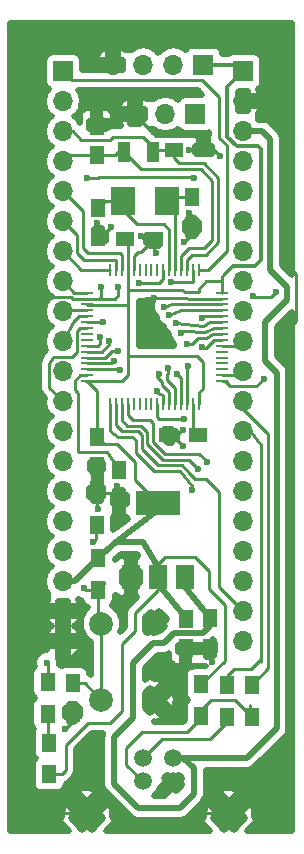
<source format=gbr>
G04 #@! TF.FileFunction,Copper,L1,Top,Signal*
%FSLAX46Y46*%
G04 Gerber Fmt 4.6, Leading zero omitted, Abs format (unit mm)*
G04 Created by KiCad (PCBNEW 4.0.7) date 10/06/20 21:35:31*
%MOMM*%
%LPD*%
G01*
G04 APERTURE LIST*
%ADD10C,0.100000*%
%ADD11R,1.700000X1.700000*%
%ADD12O,1.700000X1.700000*%
%ADD13C,2.000000*%
%ADD14R,0.250000X1.000000*%
%ADD15R,1.000000X0.250000*%
%ADD16C,1.520000*%
%ADD17C,2.700000*%
%ADD18R,1.250000X1.500000*%
%ADD19R,1.500000X1.250000*%
%ADD20R,1.300000X1.500000*%
%ADD21R,3.800000X2.000000*%
%ADD22R,1.500000X2.000000*%
%ADD23R,2.000000X2.400000*%
%ADD24R,1.000000X1.800000*%
%ADD25C,0.600000*%
%ADD26C,0.250000*%
%ADD27C,0.500000*%
%ADD28C,0.350000*%
G04 APERTURE END LIST*
D10*
D11*
X61110000Y-34158000D03*
D12*
X61110000Y-36698000D03*
X61110000Y-39238000D03*
X61110000Y-41778000D03*
X61110000Y-44318000D03*
X61110000Y-46858000D03*
X61110000Y-49398000D03*
X61110000Y-51938000D03*
X61110000Y-54478000D03*
X61110000Y-57018000D03*
X61110000Y-59558000D03*
X61110000Y-62098000D03*
X61110000Y-64638000D03*
X61110000Y-67178000D03*
X61110000Y-69718000D03*
X61110000Y-72258000D03*
X61110000Y-74798000D03*
X61110000Y-77338000D03*
X61110000Y-79878000D03*
X61110000Y-82418000D03*
D13*
X68828000Y-87416000D03*
X64328000Y-87416000D03*
X68828000Y-80916000D03*
X64328000Y-80916000D03*
D14*
X72584000Y-50942000D03*
X72084000Y-50942000D03*
X71584000Y-50942000D03*
X71084000Y-50942000D03*
X70584000Y-50942000D03*
X70084000Y-50942000D03*
X69584000Y-50942000D03*
X69084000Y-50942000D03*
X68584000Y-50942000D03*
X68084000Y-50942000D03*
X67584000Y-50942000D03*
X67084000Y-50942000D03*
X66584000Y-50942000D03*
X66084000Y-50942000D03*
X65584000Y-50942000D03*
X65084000Y-50942000D03*
D15*
X63134000Y-52892000D03*
X63134000Y-53392000D03*
X63134000Y-53892000D03*
X63134000Y-54392000D03*
X63134000Y-54892000D03*
X63134000Y-55392000D03*
X63134000Y-55892000D03*
X63134000Y-56392000D03*
X63134000Y-56892000D03*
X63134000Y-57392000D03*
X63134000Y-57892000D03*
X63134000Y-58392000D03*
X63134000Y-58892000D03*
X63134000Y-59392000D03*
X63134000Y-59892000D03*
X63134000Y-60392000D03*
D14*
X65084000Y-62342000D03*
X65584000Y-62342000D03*
X66084000Y-62342000D03*
X66584000Y-62342000D03*
X67084000Y-62342000D03*
X67584000Y-62342000D03*
X68084000Y-62342000D03*
X68584000Y-62342000D03*
X69084000Y-62342000D03*
X69584000Y-62342000D03*
X70084000Y-62342000D03*
X70584000Y-62342000D03*
X71084000Y-62342000D03*
X71584000Y-62342000D03*
X72084000Y-62342000D03*
X72584000Y-62342000D03*
D15*
X74534000Y-60392000D03*
X74534000Y-59892000D03*
X74534000Y-59392000D03*
X74534000Y-58892000D03*
X74534000Y-58392000D03*
X74534000Y-57892000D03*
X74534000Y-57392000D03*
X74534000Y-56892000D03*
X74534000Y-56392000D03*
X74534000Y-55892000D03*
X74534000Y-55392000D03*
X74534000Y-54892000D03*
X74534000Y-54392000D03*
X74534000Y-53892000D03*
X74534000Y-53392000D03*
X74534000Y-52892000D03*
D11*
X76350000Y-34158000D03*
D12*
X76350000Y-36698000D03*
X76350000Y-39238000D03*
X76350000Y-41778000D03*
X76350000Y-44318000D03*
X76350000Y-46858000D03*
X76350000Y-49398000D03*
X76350000Y-51938000D03*
X76350000Y-54478000D03*
X76350000Y-57018000D03*
X76350000Y-59558000D03*
X76350000Y-62098000D03*
X76350000Y-64638000D03*
X76350000Y-67178000D03*
X76350000Y-69718000D03*
X76350000Y-72258000D03*
X76350000Y-74798000D03*
X76350000Y-77338000D03*
X76350000Y-79878000D03*
X76350000Y-82418000D03*
D11*
X72974200Y-33591500D03*
D12*
X70434200Y-33591500D03*
X67894200Y-33591500D03*
X65354200Y-33591500D03*
D16*
X67868000Y-92276000D03*
X70408000Y-92276000D03*
X70408000Y-94276000D03*
X67868000Y-94276000D03*
D17*
X63138000Y-96976000D03*
X75138000Y-96976000D03*
D11*
X72298000Y-37776000D03*
D12*
X69758000Y-37776000D03*
X67218000Y-37776000D03*
D18*
X65848000Y-70376000D03*
X65848000Y-67876000D03*
D19*
X69988000Y-64976000D03*
X72488000Y-64976000D03*
D18*
X73518000Y-80456000D03*
X73518000Y-82956000D03*
D19*
X68838000Y-48356000D03*
X66338000Y-48356000D03*
D18*
X63998000Y-67576000D03*
X63998000Y-65076000D03*
X71998000Y-44816000D03*
X71998000Y-47316000D03*
X71488000Y-80486000D03*
X71488000Y-82986000D03*
X64098000Y-45686000D03*
X64098000Y-48186000D03*
D19*
X70498000Y-40826000D03*
X72998000Y-40826000D03*
D18*
X63938000Y-41256000D03*
X63938000Y-38756000D03*
X61918000Y-85976000D03*
X61918000Y-88476000D03*
D20*
X59928000Y-90986000D03*
X59928000Y-93686000D03*
X63948000Y-72526000D03*
X63948000Y-69826000D03*
X72808000Y-86056000D03*
X72808000Y-88756000D03*
X77058000Y-86086000D03*
X77058000Y-88786000D03*
X74968000Y-86086000D03*
X74968000Y-88786000D03*
X64098000Y-75376000D03*
X64098000Y-78076000D03*
X59828000Y-85856000D03*
X59828000Y-88556000D03*
D21*
X69148000Y-70676000D03*
D22*
X69148000Y-76976000D03*
X71448000Y-76976000D03*
X66848000Y-76976000D03*
D23*
X69878000Y-45126000D03*
X66178000Y-45126000D03*
D24*
X66248000Y-41026000D03*
X68748000Y-41026000D03*
D25*
X59698000Y-84226000D03*
X63144400Y-43180000D03*
X72218000Y-43216000D03*
X70231000Y-52006500D03*
X71788000Y-40796000D03*
X74368000Y-41326000D03*
X71798000Y-97776000D03*
X68298000Y-98276000D03*
X65298000Y-98276000D03*
X73798000Y-94276000D03*
X76798000Y-94276000D03*
X78798000Y-93276000D03*
X80298000Y-90776000D03*
X80298000Y-87776000D03*
X80298000Y-84776000D03*
X80298000Y-80776000D03*
X80298000Y-78276000D03*
X80298000Y-75776000D03*
X80298000Y-73276000D03*
X80298000Y-70776000D03*
X80298000Y-68276000D03*
X80298000Y-66276000D03*
X80298000Y-63276000D03*
X80298000Y-60776000D03*
X80298000Y-58276000D03*
X80298000Y-55776000D03*
X80298000Y-50776000D03*
X80298000Y-48276000D03*
X80298000Y-45776000D03*
X79798000Y-42776000D03*
X79798000Y-40276000D03*
X79798000Y-38276000D03*
X79798000Y-35276000D03*
X79798000Y-32776000D03*
X78798000Y-30776000D03*
X76298000Y-30276000D03*
X74298000Y-30276000D03*
X71798000Y-30276000D03*
X69298000Y-30276000D03*
X66298000Y-30776000D03*
X63298000Y-30776000D03*
X60798000Y-31276000D03*
X58798000Y-31276000D03*
X57798000Y-32276000D03*
X57298000Y-35276000D03*
X57298000Y-38776000D03*
X57298000Y-40276000D03*
X57298000Y-42276000D03*
X57798000Y-45776000D03*
X57298000Y-48276000D03*
X56798000Y-50776000D03*
X56798000Y-53276000D03*
X56798000Y-55776000D03*
X57298000Y-58276000D03*
X57298000Y-60776000D03*
X57298000Y-63276000D03*
X56798000Y-65776000D03*
X57298000Y-68276000D03*
X57298000Y-70776000D03*
X57298000Y-73276000D03*
X57298000Y-76276000D03*
X56798000Y-78276000D03*
X57298000Y-81276000D03*
X57298000Y-83776000D03*
X56798000Y-86276000D03*
X56798000Y-89276000D03*
X56798000Y-92776000D03*
X57298000Y-94776000D03*
X58298000Y-95776000D03*
X60298000Y-96276000D03*
X66248000Y-79776000D03*
X66648000Y-75226000D03*
X64098000Y-71176000D03*
X65698000Y-69226000D03*
X61238000Y-89826000D03*
X72038000Y-84616000D03*
X73728000Y-84136000D03*
X71228000Y-64526000D03*
X71238000Y-65866000D03*
X79578000Y-36166000D03*
X63628000Y-37146000D03*
X71338000Y-48626000D03*
X71758000Y-46186000D03*
X68938000Y-49496000D03*
X65138000Y-47346000D03*
X63948000Y-46996000D03*
X67738000Y-48116000D03*
X68755260Y-53378100D03*
X65786000Y-52451000D03*
X67691000Y-55245000D03*
X58039000Y-53340000D03*
X60045600Y-53238400D03*
X64307720Y-52430680D03*
X62898000Y-77926000D03*
X67538000Y-52056000D03*
X71691500Y-59118500D03*
X78079600Y-60198000D03*
X69667120Y-54099460D03*
X70065900Y-54808120D03*
X70627240Y-55471060D03*
X71564500Y-57218580D03*
X72862440Y-57538620D03*
X64516000Y-55372000D03*
X70739000Y-59817000D03*
X64262000Y-56642000D03*
X69977000Y-59309000D03*
X65024000Y-56959500D03*
X69215000Y-59817000D03*
X65405000Y-58674000D03*
X69088000Y-61214000D03*
X65913000Y-59436000D03*
X71297800Y-63550800D03*
X73253600Y-67208400D03*
X72542400Y-67818000D03*
X72034400Y-69596000D03*
X79128000Y-52806000D03*
X72890380Y-55024020D03*
X77216000Y-53187600D03*
X71107300Y-56339740D03*
X63648000Y-73976000D03*
X65722500Y-57848500D03*
D26*
X59828000Y-84356000D02*
X59828000Y-85856000D01*
X59698000Y-84226000D02*
X59828000Y-84356000D01*
X64094000Y-43180000D02*
X63144400Y-43180000D01*
X64158000Y-43116000D02*
X64094000Y-43180000D01*
X72118000Y-43116000D02*
X64158000Y-43116000D01*
X72218000Y-43216000D02*
X72118000Y-43116000D01*
X72084000Y-50942000D02*
X72084000Y-51954500D01*
X72084000Y-51954500D02*
X72032000Y-52006500D01*
X72032000Y-52006500D02*
X70231000Y-52006500D01*
X61399500Y-36698000D02*
X61110000Y-36698000D01*
X67218000Y-37776000D02*
X67218000Y-37836000D01*
X67218000Y-37836000D02*
X68978000Y-39596000D01*
X68978000Y-39596000D02*
X72228000Y-39596000D01*
X72228000Y-39596000D02*
X72998000Y-40366000D01*
X72998000Y-40366000D02*
X72998000Y-40826000D01*
X72998000Y-40826000D02*
X71818000Y-40826000D01*
X71818000Y-40826000D02*
X71788000Y-40796000D01*
X72998000Y-40826000D02*
X73868000Y-40826000D01*
X73868000Y-40826000D02*
X74368000Y-41326000D01*
X72598000Y-96976000D02*
X75138000Y-96976000D01*
X71798000Y-97776000D02*
X72598000Y-96976000D01*
X65298000Y-98276000D02*
X68298000Y-98276000D01*
X63138000Y-96976000D02*
X60998000Y-96976000D01*
X73798000Y-94276000D02*
X76798000Y-94276000D01*
X78798000Y-93276000D02*
X80298000Y-91776000D01*
X80298000Y-91776000D02*
X80298000Y-90776000D01*
X80298000Y-87776000D02*
X80298000Y-84776000D01*
X80298000Y-80776000D02*
X80298000Y-78276000D01*
X80298000Y-75776000D02*
X80298000Y-73276000D01*
X80298000Y-70776000D02*
X80298000Y-68276000D01*
X80298000Y-66276000D02*
X80298000Y-63276000D01*
X80298000Y-60776000D02*
X80298000Y-58276000D01*
X80298000Y-55776000D02*
X80798000Y-55276000D01*
X80798000Y-55276000D02*
X80798000Y-51276000D01*
X80798000Y-51276000D02*
X80298000Y-50776000D01*
X80298000Y-48276000D02*
X80298000Y-45776000D01*
X79798000Y-42776000D02*
X79798000Y-40276000D01*
X79798000Y-38276000D02*
X80298000Y-37776000D01*
X80298000Y-37776000D02*
X80298000Y-35776000D01*
X80298000Y-35776000D02*
X79798000Y-35276000D01*
X79798000Y-32776000D02*
X78798000Y-31776000D01*
X78798000Y-31776000D02*
X78798000Y-30776000D01*
X76298000Y-30276000D02*
X74298000Y-30276000D01*
X71798000Y-30276000D02*
X69298000Y-30276000D01*
X66298000Y-30776000D02*
X63298000Y-30776000D01*
X60798000Y-31276000D02*
X58798000Y-31276000D01*
X57798000Y-32276000D02*
X57298000Y-32776000D01*
X57298000Y-32776000D02*
X57298000Y-35276000D01*
X57298000Y-38776000D02*
X57298000Y-40276000D01*
X57298000Y-42276000D02*
X57798000Y-42776000D01*
X57798000Y-42776000D02*
X57798000Y-45776000D01*
X57298000Y-48276000D02*
X56798000Y-48776000D01*
X56798000Y-48776000D02*
X56798000Y-50776000D01*
X56798000Y-53276000D02*
X56798000Y-55776000D01*
X57298000Y-58276000D02*
X57298000Y-60776000D01*
X57298000Y-63276000D02*
X56798000Y-63776000D01*
X56798000Y-63776000D02*
X56798000Y-65776000D01*
X57298000Y-68276000D02*
X57298000Y-70776000D01*
X57298000Y-73276000D02*
X57298000Y-76276000D01*
X56798000Y-78276000D02*
X57298000Y-78776000D01*
X57298000Y-78776000D02*
X57298000Y-81276000D01*
X57298000Y-83776000D02*
X56798000Y-84276000D01*
X56798000Y-84276000D02*
X56798000Y-86276000D01*
X56798000Y-89276000D02*
X56798000Y-92776000D01*
X58298000Y-95776000D02*
X57298000Y-94776000D01*
X60998000Y-96976000D02*
X60298000Y-96276000D01*
D27*
X66848000Y-76976000D02*
X66848000Y-78176000D01*
X66248000Y-78776000D02*
X66248000Y-79776000D01*
X66848000Y-78176000D02*
X66248000Y-78776000D01*
X66848000Y-76976000D02*
X66848000Y-75426000D01*
X66848000Y-75426000D02*
X66648000Y-75226000D01*
D26*
X63948000Y-69826000D02*
X63948000Y-71026000D01*
X63948000Y-71026000D02*
X64098000Y-71176000D01*
X65848000Y-70376000D02*
X65848000Y-69376000D01*
X65848000Y-69376000D02*
X65698000Y-69226000D01*
X63948000Y-69826000D02*
X65298000Y-69826000D01*
X65298000Y-69826000D02*
X65848000Y-70376000D01*
X64548000Y-69226000D02*
X63948000Y-69826000D01*
X63998000Y-67576000D02*
X63998000Y-68076000D01*
X61918000Y-88476000D02*
X61918000Y-89146000D01*
X61918000Y-89146000D02*
X61238000Y-89826000D01*
X71488000Y-82986000D02*
X71488000Y-84066000D01*
X71488000Y-84066000D02*
X72038000Y-84616000D01*
X73518000Y-82956000D02*
X73518000Y-83926000D01*
X73518000Y-83926000D02*
X73728000Y-84136000D01*
X69988000Y-64976000D02*
X70778000Y-64976000D01*
X70778000Y-64976000D02*
X71228000Y-64526000D01*
X69988000Y-64976000D02*
X70348000Y-64976000D01*
X70348000Y-64976000D02*
X71238000Y-65866000D01*
D27*
X76350000Y-36698000D02*
X79046000Y-36698000D01*
X79046000Y-36698000D02*
X79578000Y-36166000D01*
D26*
X63938000Y-38756000D02*
X63938000Y-37456000D01*
X63938000Y-37456000D02*
X63628000Y-37146000D01*
X71998000Y-47316000D02*
X71998000Y-47966000D01*
X71998000Y-47966000D02*
X71338000Y-48626000D01*
X71998000Y-47316000D02*
X71998000Y-46426000D01*
X71998000Y-46426000D02*
X71758000Y-46186000D01*
X68838000Y-48356000D02*
X68838000Y-49396000D01*
X68838000Y-49396000D02*
X68938000Y-49496000D01*
X64098000Y-48186000D02*
X64298000Y-48186000D01*
X64298000Y-48186000D02*
X65138000Y-47346000D01*
X64098000Y-48186000D02*
X64098000Y-47146000D01*
X64098000Y-47146000D02*
X63948000Y-46996000D01*
X68838000Y-48356000D02*
X67978000Y-48356000D01*
X67978000Y-48356000D02*
X67738000Y-48116000D01*
X67084000Y-50942000D02*
X67084000Y-49830000D01*
X67738000Y-49456000D02*
X68838000Y-48356000D01*
X67458000Y-49456000D02*
X67738000Y-49456000D01*
X67084000Y-49830000D02*
X67458000Y-49456000D01*
X65480000Y-53392000D02*
X64008000Y-53392000D01*
X65786000Y-53086000D02*
X65786000Y-52451000D01*
X65480000Y-53392000D02*
X65786000Y-53086000D01*
X68755260Y-53378100D02*
X68110100Y-53378100D01*
X67691000Y-53797200D02*
X67691000Y-55245000D01*
X68110100Y-53378100D02*
X67691000Y-53797200D01*
X74534000Y-53392000D02*
X68756460Y-53379300D01*
X68756460Y-53379300D02*
X68755260Y-53378100D01*
X60045600Y-53238400D02*
X58140600Y-53238400D01*
X58140600Y-53238400D02*
X58039000Y-53340000D01*
X63134000Y-53392000D02*
X61927602Y-53392000D01*
X61774002Y-53238400D02*
X60045600Y-53238400D01*
X61927602Y-53392000D02*
X61774002Y-53238400D01*
D27*
X75996000Y-96118000D02*
X75138000Y-96976000D01*
D26*
X63134000Y-53392000D02*
X64008000Y-53392000D01*
X64008000Y-53392000D02*
X64164280Y-53392000D01*
X64307720Y-53248560D02*
X64307720Y-52430680D01*
X64164280Y-53392000D02*
X64307720Y-53248560D01*
D27*
X66848000Y-76976000D02*
X67318000Y-77396000D01*
D26*
X71998000Y-44816000D02*
X70188000Y-44816000D01*
X70188000Y-44816000D02*
X69878000Y-45126000D01*
X70584000Y-50942000D02*
X70584000Y-45832000D01*
X70584000Y-45832000D02*
X69878000Y-45126000D01*
X70084000Y-50942000D02*
X70084000Y-47552000D01*
X67358000Y-47116000D02*
X66178000Y-45936000D01*
X69648000Y-47116000D02*
X67358000Y-47116000D01*
X70084000Y-47552000D02*
X69648000Y-47116000D01*
X66178000Y-45936000D02*
X66178000Y-45126000D01*
X66178000Y-45126000D02*
X64658000Y-45126000D01*
X64658000Y-45126000D02*
X64098000Y-45686000D01*
X64368000Y-45416000D02*
X64098000Y-45686000D01*
X70498000Y-40826000D02*
X68948000Y-40826000D01*
X68948000Y-40826000D02*
X68748000Y-41026000D01*
X71584000Y-50942000D02*
X71584000Y-50090000D01*
X70498000Y-41526000D02*
X70498000Y-40826000D01*
X70908000Y-41936000D02*
X70498000Y-41526000D01*
X73038000Y-41936000D02*
X70908000Y-41936000D01*
X74248000Y-43146000D02*
X73038000Y-41936000D01*
X74248000Y-48606000D02*
X74248000Y-43146000D01*
X73168000Y-49686000D02*
X74248000Y-48606000D01*
X71988000Y-49686000D02*
X73168000Y-49686000D01*
X71584000Y-50090000D02*
X71988000Y-49686000D01*
X61110000Y-39238000D02*
X61900000Y-39238000D01*
X61900000Y-39238000D02*
X62608000Y-39946000D01*
X67898000Y-39686000D02*
X68748000Y-40536000D01*
X65328000Y-39686000D02*
X67898000Y-39686000D01*
X65068000Y-39946000D02*
X65328000Y-39686000D01*
X62608000Y-39946000D02*
X65068000Y-39946000D01*
X68748000Y-40536000D02*
X68748000Y-41026000D01*
X61110000Y-39238000D02*
X61130000Y-39238000D01*
X61110000Y-39238000D02*
X61366000Y-39238000D01*
X61110000Y-39238000D02*
X61155500Y-39238000D01*
X73710800Y-43528800D02*
X73710800Y-43438800D01*
X71084000Y-50942000D02*
X71084000Y-49769200D01*
X71084000Y-49769200D02*
X71755000Y-49098200D01*
X71755000Y-49098200D02*
X73025000Y-49098200D01*
X73025000Y-49098200D02*
X73710800Y-48412400D01*
X73710800Y-48412400D02*
X73710800Y-44018800D01*
X73710800Y-44018800D02*
X73710800Y-43528800D01*
X67688000Y-42466000D02*
X66248000Y-41026000D01*
X72738000Y-42466000D02*
X67688000Y-42466000D01*
X73710800Y-43438800D02*
X72738000Y-42466000D01*
X66248000Y-41026000D02*
X65748000Y-41026000D01*
X65748000Y-41026000D02*
X65518000Y-41256000D01*
X65518000Y-41256000D02*
X63938000Y-41256000D01*
X63938000Y-41256000D02*
X61632000Y-41256000D01*
X61632000Y-41256000D02*
X61110000Y-41778000D01*
X64138000Y-41456000D02*
X63938000Y-41256000D01*
X64098000Y-41096000D02*
X63938000Y-41256000D01*
X61272000Y-41616000D02*
X61110000Y-41778000D01*
X64098000Y-78076000D02*
X64098000Y-80686000D01*
X64098000Y-80686000D02*
X64328000Y-80916000D01*
X63048000Y-78076000D02*
X64098000Y-78076000D01*
X62898000Y-77926000D02*
X63048000Y-78076000D01*
X64328000Y-87416000D02*
X64328000Y-80916000D01*
X61918000Y-85976000D02*
X62978000Y-85976000D01*
X62978000Y-85976000D02*
X64328000Y-87416000D01*
X64548000Y-77426000D02*
X64548000Y-77526000D01*
X69584000Y-51730000D02*
X69584000Y-50942000D01*
X69248000Y-52066000D02*
X69584000Y-51730000D01*
X67548000Y-52066000D02*
X69248000Y-52066000D01*
X67538000Y-52056000D02*
X67548000Y-52066000D01*
X74968000Y-88786000D02*
X74968000Y-89216000D01*
X74968000Y-89216000D02*
X73498000Y-90686000D01*
X73498000Y-90686000D02*
X69458000Y-90686000D01*
X69458000Y-90686000D02*
X67868000Y-92276000D01*
D27*
X67868000Y-92276000D02*
X67868000Y-91879760D01*
D26*
X72808000Y-88756000D02*
X72808000Y-88266000D01*
X72808000Y-88266000D02*
X73658000Y-87416000D01*
X75688000Y-87416000D02*
X77058000Y-88786000D01*
X73658000Y-87416000D02*
X75688000Y-87416000D01*
X72808000Y-88756000D02*
X72808000Y-88916000D01*
X72808000Y-88916000D02*
X71608000Y-90116000D01*
X71608000Y-90116000D02*
X67758000Y-90116000D01*
X67758000Y-90116000D02*
X66468000Y-91406000D01*
X66468000Y-91406000D02*
X66468000Y-92876000D01*
X66468000Y-92876000D02*
X67868000Y-94276000D01*
X76911200Y-87782400D02*
X76931200Y-89206400D01*
X69148000Y-76976000D02*
X69148000Y-75876000D01*
X74798000Y-84066000D02*
X72808000Y-86056000D01*
X74798000Y-79376000D02*
X74798000Y-84066000D01*
X73448000Y-78026000D02*
X74798000Y-79376000D01*
X73448000Y-76426000D02*
X73448000Y-78026000D01*
X72298000Y-75276000D02*
X73448000Y-76426000D01*
X69748000Y-75276000D02*
X72298000Y-75276000D01*
X69148000Y-75876000D02*
X69748000Y-75276000D01*
X66128000Y-82826000D02*
X66128000Y-82646000D01*
X69148000Y-78076000D02*
X69148000Y-76976000D01*
X67198000Y-80026000D02*
X69148000Y-78076000D01*
X67198000Y-81576000D02*
X67198000Y-80026000D01*
X66128000Y-82646000D02*
X67198000Y-81576000D01*
D27*
X61110000Y-77338000D02*
X62136000Y-77338000D01*
X62136000Y-77338000D02*
X64098000Y-75376000D01*
D26*
X63998000Y-65076000D02*
X63998002Y-65076000D01*
X63998002Y-65076000D02*
X64648002Y-65726000D01*
X67198000Y-68726000D02*
X69148000Y-70676000D01*
X67198000Y-67226000D02*
X67198000Y-68726000D01*
X65698000Y-65726000D02*
X67198000Y-67226000D01*
X64648002Y-65726000D02*
X65698000Y-65726000D01*
X63998000Y-65076000D02*
X63998000Y-61256000D01*
X63998000Y-61256000D02*
X63134000Y-60392000D01*
D27*
X69148000Y-76976000D02*
X69148000Y-76126000D01*
X69148000Y-76126000D02*
X67898000Y-74026000D01*
X67898000Y-74026000D02*
X65598000Y-74026000D01*
X69148000Y-70676000D02*
X69148000Y-71326000D01*
X69148000Y-71326000D02*
X65598000Y-74026000D01*
X65598000Y-74026000D02*
X64098000Y-75376000D01*
D26*
X72978000Y-86056000D02*
X72808000Y-86056000D01*
X69148000Y-76976000D02*
X69148000Y-77016000D01*
X60988000Y-93686000D02*
X59928000Y-93686000D01*
X61338000Y-93336000D02*
X60988000Y-93686000D01*
X61338000Y-91166000D02*
X61338000Y-93336000D01*
X63178000Y-89326000D02*
X61338000Y-91166000D01*
X65088000Y-89326000D02*
X63178000Y-89326000D01*
X66128000Y-88286000D02*
X65088000Y-89326000D01*
X66128000Y-82826000D02*
X66128000Y-88286000D01*
D27*
X61110000Y-77338000D02*
X61720000Y-77338000D01*
D26*
X71488000Y-80486000D02*
X71488000Y-80756000D01*
X72318000Y-86056000D02*
X72808000Y-86056000D01*
D27*
X69148000Y-76976000D02*
X69148000Y-77536000D01*
X69148000Y-77536000D02*
X71488000Y-80416000D01*
X71488000Y-80416000D02*
X71488000Y-80486000D01*
D26*
X63134000Y-60392000D02*
X62982000Y-60392000D01*
X66584000Y-50942000D02*
X66584000Y-48602000D01*
X66584000Y-48602000D02*
X66338000Y-48356000D01*
X72567800Y-52832000D02*
X72567800Y-52603400D01*
X73240900Y-51930300D02*
X74534000Y-51930300D01*
X72567800Y-52603400D02*
X73240900Y-51930300D01*
X74534000Y-52892000D02*
X74534000Y-51930300D01*
X74534000Y-51930300D02*
X74534000Y-51577000D01*
D28*
X75501500Y-50673000D02*
X77343000Y-50673000D01*
X77343000Y-50673000D02*
X77851000Y-50165000D01*
X77851000Y-50165000D02*
X77851000Y-40767000D01*
X77851000Y-40767000D02*
X77597000Y-40513000D01*
X77597000Y-40513000D02*
X75819000Y-40513000D01*
X75819000Y-40513000D02*
X74993500Y-39687500D01*
X74993500Y-39687500D02*
X74993500Y-38417500D01*
X74841100Y-51333400D02*
X75501500Y-50673000D01*
D26*
X74534000Y-51577000D02*
X74841100Y-51269900D01*
X74841100Y-51269900D02*
X74841100Y-51333400D01*
X72953880Y-59385200D02*
X72953880Y-58780680D01*
X71564500Y-58293000D02*
X68707000Y-58293000D01*
X72466200Y-58293000D02*
X71564500Y-58293000D01*
X72953880Y-58780680D02*
X72466200Y-58293000D01*
X72567800Y-52832000D02*
X71374000Y-52832000D01*
X71247000Y-52705000D02*
X68643500Y-52705000D01*
X71374000Y-52832000D02*
X71247000Y-52705000D01*
X68643500Y-52685120D02*
X68643500Y-52705000D01*
X66584000Y-52685120D02*
X68643500Y-52685120D01*
X66614040Y-58293000D02*
X68707000Y-58293000D01*
X72953880Y-61005720D02*
X72953880Y-59385200D01*
X72953880Y-59385200D02*
X72953880Y-59375040D01*
X72584000Y-62342000D02*
X72584000Y-61375600D01*
X72584000Y-61375600D02*
X72953880Y-61005720D01*
D28*
X74993500Y-38417500D02*
X74993500Y-35514500D01*
X74993500Y-35514500D02*
X76350000Y-34158000D01*
X74993500Y-38417500D02*
X74993500Y-38227000D01*
D26*
X66614040Y-53949600D02*
X66598800Y-53949600D01*
X66598800Y-53949600D02*
X65227200Y-53949600D01*
X65227200Y-53949600D02*
X65219598Y-53941998D01*
X66614040Y-52715160D02*
X66614040Y-53949600D01*
X66614040Y-53949600D02*
X66614040Y-58293000D01*
X66614040Y-58293000D02*
X66614040Y-59877960D01*
X66614040Y-59877960D02*
X66100000Y-60392000D01*
D27*
X61110000Y-77338000D02*
X61386800Y-77338000D01*
D26*
X63134000Y-60392000D02*
X64398000Y-60392000D01*
X64398000Y-60392000D02*
X66100000Y-60392000D01*
X66614040Y-52715160D02*
X66584000Y-52685120D01*
X66584000Y-52685120D02*
X66584000Y-52685120D01*
X66584000Y-50942000D02*
X66584000Y-52171600D01*
X66584000Y-52171600D02*
X66584000Y-52685120D01*
X65219598Y-53941998D02*
X63134000Y-53941998D01*
X63134000Y-53941998D02*
X63134000Y-53892000D01*
D28*
X72974200Y-33591500D02*
X75783500Y-33591500D01*
X75783500Y-33591500D02*
X76350000Y-34158000D01*
D27*
X61562200Y-76885800D02*
X61110000Y-77338000D01*
X76350000Y-34158000D02*
X76068000Y-34158000D01*
D26*
X71691500Y-59118500D02*
X71584000Y-59226000D01*
X71584000Y-59226000D02*
X71584000Y-62342000D01*
X71584000Y-62342000D02*
X71584000Y-61702500D01*
X74534000Y-60392000D02*
X74819200Y-60392000D01*
X74819200Y-60392000D02*
X75234800Y-60807600D01*
X77470000Y-60807600D02*
X78079600Y-60198000D01*
X75234800Y-60807600D02*
X77470000Y-60807600D01*
X67894200Y-33591500D02*
X68046600Y-33591500D01*
X74534000Y-60392000D02*
X74997000Y-60392000D01*
X74996040Y-40431720D02*
X74963720Y-40431720D01*
X74996040Y-40431720D02*
X74973602Y-49359398D01*
X74973602Y-49359398D02*
X73391000Y-50942000D01*
X72584000Y-50942000D02*
X73391000Y-50942000D01*
X61858000Y-34886000D02*
X61110000Y-34158000D01*
X72868000Y-34886000D02*
X61858000Y-34886000D01*
X74308000Y-36346000D02*
X72868000Y-34886000D01*
X74308000Y-39776000D02*
X74308000Y-36346000D01*
X74963720Y-40431720D02*
X74308000Y-39776000D01*
X61110000Y-34267000D02*
X61110000Y-34158000D01*
D27*
X70408000Y-92276000D02*
X71268000Y-92276000D01*
X72948000Y-81726000D02*
X73518000Y-81156000D01*
X70488000Y-81726000D02*
X72948000Y-81726000D01*
X69678000Y-82536000D02*
X70488000Y-81726000D01*
X68738000Y-82536000D02*
X69678000Y-82536000D01*
X67028000Y-84246000D02*
X68738000Y-82536000D01*
X67028000Y-88936000D02*
X67028000Y-84246000D01*
X65408000Y-90556000D02*
X67028000Y-88936000D01*
X65408000Y-94466000D02*
X65408000Y-90556000D01*
X67448000Y-96506000D02*
X65408000Y-94466000D01*
X71018000Y-96506000D02*
X67448000Y-96506000D01*
X72168000Y-95356000D02*
X71018000Y-96506000D01*
X72168000Y-93176000D02*
X72168000Y-95356000D01*
X71268000Y-92276000D02*
X72168000Y-93176000D01*
X73518000Y-81156000D02*
X73518000Y-80456000D01*
X76350000Y-39238000D02*
X77970000Y-39238000D01*
X76678000Y-92276000D02*
X70408000Y-92276000D01*
X79178000Y-89776000D02*
X76678000Y-92276000D01*
X79178000Y-59666000D02*
X79178000Y-89776000D01*
X78208000Y-58696000D02*
X79178000Y-59666000D01*
X78208000Y-55356000D02*
X78208000Y-58696000D01*
X80078000Y-53486000D02*
X78208000Y-55356000D01*
X80078000Y-52396000D02*
X80078000Y-53486000D01*
X78648000Y-50966000D02*
X80078000Y-52396000D01*
X78648000Y-39916000D02*
X78648000Y-50966000D01*
X77970000Y-39238000D02*
X78648000Y-39916000D01*
X71448000Y-76976000D02*
X71448000Y-77846000D01*
X71448000Y-77846000D02*
X73518000Y-80456000D01*
D26*
X74534000Y-53892000D02*
X70344480Y-53892000D01*
X70344480Y-53892000D02*
X69667120Y-54099460D01*
X76350000Y-42204500D02*
X76350000Y-41778000D01*
X74534000Y-53842002D02*
X74534000Y-53892000D01*
X60452000Y-44069000D02*
X60579000Y-44069000D01*
X66084000Y-50942000D02*
X66084000Y-49701000D01*
X62801500Y-46009500D02*
X61110000Y-44318000D01*
X62801500Y-49079998D02*
X62801500Y-46009500D01*
X63251502Y-49530000D02*
X62801500Y-49079998D01*
X65913000Y-49530000D02*
X63251502Y-49530000D01*
X66084000Y-49701000D02*
X65913000Y-49530000D01*
X74534000Y-54392000D02*
X71110280Y-54392000D01*
X70066780Y-54808120D02*
X70065900Y-54808120D01*
X71110280Y-54392000D02*
X70066780Y-54808120D01*
X65584000Y-50942000D02*
X65584000Y-50090000D01*
X62293500Y-48041500D02*
X61110000Y-46858000D01*
X62293500Y-49530000D02*
X62293500Y-48041500D01*
X62865000Y-50101500D02*
X62293500Y-49530000D01*
X65572500Y-50101500D02*
X62865000Y-50101500D01*
X65584000Y-50090000D02*
X65572500Y-50101500D01*
X74534000Y-55392000D02*
X73548560Y-55392000D01*
X72969989Y-55756899D02*
X70627240Y-55471060D01*
X73548560Y-55392000D02*
X72969989Y-55756899D01*
X65084000Y-50942000D02*
X62654000Y-50942000D01*
X62654000Y-50942000D02*
X61110000Y-49398000D01*
X73821100Y-56392000D02*
X73187560Y-56751220D01*
X73187560Y-56751220D02*
X72489060Y-56751220D01*
X72489060Y-56751220D02*
X72021700Y-57218580D01*
X72021700Y-57218580D02*
X71564500Y-57218580D01*
X73821100Y-56392000D02*
X74534000Y-56392000D01*
X76350000Y-51331000D02*
X76350000Y-51938000D01*
X63134000Y-52892000D02*
X62064000Y-52892000D01*
X62064000Y-52892000D02*
X61110000Y-51938000D01*
X63134000Y-54392000D02*
X61196000Y-54392000D01*
X61196000Y-54392000D02*
X61110000Y-54478000D01*
X74534000Y-56892000D02*
X73879900Y-56892000D01*
X72867520Y-57543700D02*
X72862440Y-57538620D01*
X73228200Y-57543700D02*
X72867520Y-57543700D01*
X73879900Y-56892000D02*
X73228200Y-57543700D01*
X63134000Y-54892000D02*
X62456000Y-54892000D01*
X61110000Y-57018000D02*
X61110000Y-57018000D01*
X61976000Y-55372000D02*
X61110000Y-57018000D01*
X62456000Y-54892000D02*
X61976000Y-55372000D01*
X74534000Y-57392000D02*
X75976000Y-57392000D01*
X75976000Y-57392000D02*
X76350000Y-57018000D01*
X63134000Y-55392000D02*
X64496000Y-55392000D01*
X64496000Y-55392000D02*
X64516000Y-55372000D01*
X74534000Y-59892000D02*
X76016000Y-59892000D01*
X76016000Y-59892000D02*
X76350000Y-59558000D01*
X62293500Y-57622440D02*
X62293500Y-57904380D01*
X59923680Y-60926920D02*
X61110000Y-62098000D01*
X59923680Y-58963560D02*
X59923680Y-60926920D01*
X60274200Y-58323480D02*
X59923680Y-58963560D01*
X61874400Y-58323480D02*
X60274200Y-58323480D01*
X62293500Y-57904380D02*
X61874400Y-58323480D01*
X61110000Y-62098000D02*
X61110000Y-62080000D01*
X62293500Y-57622440D02*
X62293500Y-56134000D01*
X62293500Y-56134000D02*
X62535500Y-55892000D01*
X62535500Y-55892000D02*
X63134000Y-55892000D01*
X78486000Y-84426000D02*
X78486000Y-84658000D01*
X78486000Y-84658000D02*
X77058000Y-86086000D01*
X71084000Y-62342000D02*
X71084000Y-60162000D01*
X71084000Y-60162000D02*
X70739000Y-59817000D01*
X76350000Y-62098000D02*
X76350000Y-62761000D01*
X76350000Y-62761000D02*
X78486000Y-64897000D01*
X78486000Y-64897000D02*
X78486000Y-84426000D01*
X63134000Y-57392000D02*
X64059500Y-57392000D01*
X64262000Y-57189500D02*
X64262000Y-56642000D01*
X64059500Y-57392000D02*
X64262000Y-57189500D01*
X74968000Y-86086000D02*
X74968000Y-85326000D01*
X77028000Y-84746000D02*
X77851000Y-83923000D01*
X75548000Y-84746000D02*
X77028000Y-84746000D01*
X74968000Y-85326000D02*
X75548000Y-84746000D01*
X76957000Y-64638000D02*
X77851000Y-65786000D01*
X77851000Y-65786000D02*
X77851000Y-83923000D01*
X77851000Y-83923000D02*
X77851000Y-84201000D01*
X70584000Y-62342000D02*
X70584000Y-60995500D01*
X69913500Y-60325000D02*
X69977000Y-59309000D01*
X70584000Y-60995500D02*
X69913500Y-60325000D01*
X76350000Y-64638000D02*
X76957000Y-64638000D01*
X63134000Y-57892000D02*
X64409000Y-57892000D01*
X65024000Y-57277000D02*
X65024000Y-56959500D01*
X64409000Y-57892000D02*
X65024000Y-57277000D01*
X69088000Y-60071000D02*
X69469000Y-60452000D01*
X69469000Y-60452000D02*
X69469000Y-60706000D01*
X69469000Y-60706000D02*
X70084000Y-61321000D01*
X70084000Y-61321000D02*
X70084000Y-61448000D01*
X70084000Y-61448000D02*
X70084000Y-62342000D01*
X69215000Y-59817000D02*
X69088000Y-60071000D01*
X64389000Y-58892000D02*
X65135678Y-58892000D01*
X65135678Y-58892000D02*
X65405000Y-58674000D01*
X63134000Y-58892000D02*
X64389000Y-58892000D01*
X64389000Y-58892000D02*
X64679000Y-58892000D01*
X69088000Y-61214000D02*
X69088000Y-61404500D01*
X69584000Y-61583000D02*
X69584000Y-62342000D01*
X69088000Y-61404500D02*
X69584000Y-61583000D01*
X69584000Y-62342000D02*
X69584000Y-61646500D01*
X63134000Y-59392000D02*
X65869000Y-59392000D01*
X65869000Y-59392000D02*
X65913000Y-59436000D01*
X76004500Y-72258000D02*
X76350000Y-72258000D01*
X69084000Y-62342000D02*
X69084000Y-63394400D01*
X69240400Y-63550800D02*
X71297800Y-63550800D01*
X69084000Y-63394400D02*
X69240400Y-63550800D01*
X68681600Y-65430400D02*
X68681600Y-65532000D01*
X68681600Y-65532000D02*
X69697600Y-66548000D01*
X69697600Y-66548000D02*
X72644000Y-66548000D01*
X68681600Y-63906400D02*
X68681600Y-65430400D01*
X68427600Y-63652400D02*
X68681600Y-63906400D01*
X67005200Y-63652400D02*
X68427600Y-63652400D01*
X72644000Y-66548000D02*
X73253600Y-67157600D01*
X66584000Y-63231200D02*
X67005200Y-63652400D01*
X73253600Y-67157600D02*
X73253600Y-67208400D01*
X66584000Y-62342000D02*
X66584000Y-63231200D01*
X68224400Y-65684400D02*
X68224400Y-65735200D01*
X68224400Y-65735200D02*
X69545200Y-67056000D01*
X69545200Y-67056000D02*
X71780400Y-67056000D01*
X68224400Y-64719200D02*
X68224400Y-65684400D01*
X67665600Y-64160400D02*
X68224400Y-64719200D01*
X66548000Y-64160400D02*
X67665600Y-64160400D01*
X71780400Y-67056000D02*
X72542400Y-67818000D01*
X66084000Y-63696400D02*
X66548000Y-64160400D01*
X66084000Y-62342000D02*
X66084000Y-63696400D01*
X65584000Y-62342000D02*
X65584000Y-64110800D01*
X74320400Y-77848400D02*
X76350000Y-79878000D01*
X74320400Y-69799200D02*
X74320400Y-77848400D01*
X73202800Y-68681600D02*
X74320400Y-69799200D01*
X72288400Y-68681600D02*
X73202800Y-68681600D01*
X71882000Y-68275200D02*
X72288400Y-68681600D01*
X71882000Y-68224400D02*
X71882000Y-68275200D01*
X71170800Y-67513200D02*
X71882000Y-68224400D01*
X69138800Y-67513200D02*
X71170800Y-67513200D01*
X67767200Y-66141600D02*
X69138800Y-67513200D01*
X67767200Y-64973200D02*
X67767200Y-66141600D01*
X67411600Y-64617600D02*
X67767200Y-64973200D01*
X66090800Y-64617600D02*
X67411600Y-64617600D01*
X65584000Y-64110800D02*
X66090800Y-64617600D01*
X72034400Y-69240400D02*
X72034400Y-69596000D01*
X70966800Y-67972800D02*
X72034400Y-69240400D01*
X68782400Y-67972800D02*
X70966800Y-67972800D01*
X67309200Y-66499600D02*
X68782400Y-67972800D01*
X67309200Y-65382000D02*
X67309200Y-66499600D01*
X66952800Y-65125600D02*
X67309200Y-65382000D01*
X65733600Y-65125600D02*
X66952800Y-65125600D01*
X65084000Y-62342000D02*
X65084000Y-64576000D01*
X65084000Y-64576000D02*
X65733600Y-65125600D01*
X79128000Y-52806000D02*
X78689200Y-53244800D01*
X78689200Y-53244800D02*
X78689200Y-53289200D01*
X74534000Y-54892000D02*
X73055420Y-54858980D01*
X73055420Y-54858980D02*
X72890380Y-55024020D01*
X77216000Y-53187600D02*
X77317600Y-53289200D01*
X77317600Y-53289200D02*
X78689200Y-53289200D01*
X74534000Y-55892000D02*
X73838500Y-55892000D01*
X71306199Y-56140841D02*
X71107300Y-56339740D01*
X73083420Y-56219581D02*
X71306199Y-56140841D01*
X73838500Y-55892000D02*
X73083420Y-56219581D01*
X59828000Y-88556000D02*
X59828000Y-90886000D01*
X59828000Y-90886000D02*
X59928000Y-90986000D01*
X65798000Y-67876000D02*
X64848000Y-66376000D01*
X62536000Y-59892000D02*
X62077600Y-60350400D01*
X62077600Y-60350400D02*
X62077600Y-61163200D01*
X62077600Y-61163200D02*
X62331600Y-61417200D01*
X62331600Y-61417200D02*
X62331600Y-65722500D01*
X63134000Y-59892000D02*
X62536000Y-59892000D01*
X62385100Y-66376000D02*
X62331600Y-65722500D01*
X64848000Y-66376000D02*
X62385100Y-66376000D01*
X65848000Y-67876000D02*
X65798000Y-67876000D01*
X72084000Y-62342000D02*
X72084000Y-64572000D01*
X72084000Y-64572000D02*
X72488000Y-64976000D01*
X63898000Y-73726000D02*
X63948000Y-72526000D01*
X63648000Y-73976000D02*
X63898000Y-73726000D01*
X65214500Y-57848500D02*
X65722500Y-57848500D01*
X64671000Y-58392000D02*
X65214500Y-57848500D01*
X63134000Y-58392000D02*
X64671000Y-58392000D01*
D27*
G36*
X80473000Y-51376786D02*
X79648000Y-50551786D01*
X79648000Y-39916000D01*
X79602549Y-39687500D01*
X79571880Y-39533316D01*
X79355107Y-39208893D01*
X78677107Y-38530893D01*
X78352684Y-38314120D01*
X77970000Y-38238000D01*
X77600496Y-38238000D01*
X77600002Y-38237261D01*
X77600002Y-37682534D01*
X77815241Y-37360369D01*
X77703336Y-37123000D01*
X76775000Y-37123000D01*
X76775000Y-37548000D01*
X75925000Y-37548000D01*
X75925000Y-37123000D01*
X75918500Y-37123000D01*
X75918500Y-36273000D01*
X75925000Y-36273000D01*
X75925000Y-35891148D01*
X75968148Y-35848000D01*
X76775000Y-35848000D01*
X76775000Y-36273000D01*
X77703336Y-36273000D01*
X77815241Y-36035631D01*
X77600002Y-35713466D01*
X77600002Y-35641846D01*
X77733198Y-35556138D01*
X77904446Y-35305508D01*
X77964693Y-35008000D01*
X77964693Y-33308000D01*
X77912396Y-33030067D01*
X77748138Y-32774802D01*
X77497508Y-32603554D01*
X77200000Y-32543307D01*
X75500000Y-32543307D01*
X75222067Y-32595604D01*
X75111891Y-32666500D01*
X74574781Y-32666500D01*
X74536596Y-32463567D01*
X74372338Y-32208302D01*
X74121708Y-32037054D01*
X73824200Y-31976807D01*
X72124200Y-31976807D01*
X71846267Y-32029104D01*
X71591002Y-32193362D01*
X71472594Y-32366658D01*
X71046493Y-32081947D01*
X70434200Y-31960154D01*
X69821907Y-32081947D01*
X69302829Y-32428783D01*
X69164200Y-32636256D01*
X69025571Y-32428783D01*
X68506493Y-32081947D01*
X67894200Y-31960154D01*
X67281907Y-32081947D01*
X66893461Y-32341498D01*
X66338734Y-32341498D01*
X66016569Y-32126259D01*
X65779200Y-32238164D01*
X65779200Y-33166500D01*
X66204200Y-33166500D01*
X66204200Y-34011000D01*
X62724693Y-34011000D01*
X62724693Y-33308000D01*
X62672396Y-33030067D01*
X62607443Y-32929126D01*
X63888928Y-32929126D01*
X63992850Y-33166500D01*
X64929200Y-33166500D01*
X64929200Y-32238164D01*
X64691831Y-32126259D01*
X64253945Y-32418811D01*
X63888928Y-32929126D01*
X62607443Y-32929126D01*
X62508138Y-32774802D01*
X62257508Y-32603554D01*
X61960000Y-32543307D01*
X60260000Y-32543307D01*
X59982067Y-32595604D01*
X59726802Y-32759862D01*
X59555554Y-33010492D01*
X59495307Y-33308000D01*
X59495307Y-35008000D01*
X59547604Y-35285933D01*
X59711862Y-35541198D01*
X59885158Y-35659606D01*
X59600447Y-36085707D01*
X59478654Y-36698000D01*
X59600447Y-37310293D01*
X59947283Y-37829371D01*
X60154756Y-37968000D01*
X59947283Y-38106629D01*
X59600447Y-38625707D01*
X59478654Y-39238000D01*
X59600447Y-39850293D01*
X59947283Y-40369371D01*
X60154756Y-40508000D01*
X59947283Y-40646629D01*
X59600447Y-41165707D01*
X59478654Y-41778000D01*
X59600447Y-42390293D01*
X59947283Y-42909371D01*
X60154756Y-43048000D01*
X59947283Y-43186629D01*
X59600447Y-43705707D01*
X59478654Y-44318000D01*
X59600447Y-44930293D01*
X59947283Y-45449371D01*
X60154756Y-45588000D01*
X59947283Y-45726629D01*
X59600447Y-46245707D01*
X59478654Y-46858000D01*
X59600447Y-47470293D01*
X59947283Y-47989371D01*
X60154756Y-48128000D01*
X59947283Y-48266629D01*
X59600447Y-48785707D01*
X59478654Y-49398000D01*
X59600447Y-50010293D01*
X59947283Y-50529371D01*
X60154756Y-50668000D01*
X59947283Y-50806629D01*
X59600447Y-51325707D01*
X59478654Y-51938000D01*
X59600447Y-52550293D01*
X59947283Y-53069371D01*
X60154756Y-53208000D01*
X59947283Y-53346629D01*
X59600447Y-53865707D01*
X59478654Y-54478000D01*
X59600447Y-55090293D01*
X59947283Y-55609371D01*
X60154756Y-55748000D01*
X59947283Y-55886629D01*
X59600447Y-56405707D01*
X59478654Y-57018000D01*
X59600447Y-57630293D01*
X59652844Y-57708710D01*
X59586494Y-57808010D01*
X59506741Y-57903204D01*
X59156221Y-58543285D01*
X59141868Y-58588927D01*
X59115285Y-58628712D01*
X59091059Y-58750506D01*
X59053807Y-58868970D01*
X59058014Y-58916634D01*
X59048680Y-58963560D01*
X59048680Y-60926920D01*
X59049243Y-60929749D01*
X59048699Y-60932577D01*
X59082508Y-61096985D01*
X59115285Y-61261768D01*
X59116887Y-61264165D01*
X59117467Y-61266987D01*
X59211679Y-61406031D01*
X59304962Y-61545638D01*
X59307357Y-61547238D01*
X59308974Y-61549625D01*
X59541980Y-61779638D01*
X59478654Y-62098000D01*
X59600447Y-62710293D01*
X59947283Y-63229371D01*
X60154756Y-63368000D01*
X59947283Y-63506629D01*
X59600447Y-64025707D01*
X59478654Y-64638000D01*
X59600447Y-65250293D01*
X59947283Y-65769371D01*
X60154756Y-65908000D01*
X59947283Y-66046629D01*
X59600447Y-66565707D01*
X59478654Y-67178000D01*
X59600447Y-67790293D01*
X59947283Y-68309371D01*
X60154756Y-68448000D01*
X59947283Y-68586629D01*
X59600447Y-69105707D01*
X59478654Y-69718000D01*
X59600447Y-70330293D01*
X59947283Y-70849371D01*
X60154756Y-70988000D01*
X59947283Y-71126629D01*
X59600447Y-71645707D01*
X59478654Y-72258000D01*
X59600447Y-72870293D01*
X59947283Y-73389371D01*
X60154756Y-73528000D01*
X59947283Y-73666629D01*
X59600447Y-74185707D01*
X59478654Y-74798000D01*
X59600447Y-75410293D01*
X59947283Y-75929371D01*
X60154756Y-76068000D01*
X59947283Y-76206629D01*
X59600447Y-76725707D01*
X59478654Y-77338000D01*
X59600447Y-77950293D01*
X59859998Y-78338739D01*
X59859998Y-78893466D01*
X59644759Y-79215631D01*
X59756664Y-79453000D01*
X60685000Y-79453000D01*
X60685000Y-79028000D01*
X61535000Y-79028000D01*
X61535000Y-79453000D01*
X62463336Y-79453000D01*
X62575241Y-79215631D01*
X62360002Y-78893466D01*
X62360002Y-78839528D01*
X62688226Y-78975818D01*
X62711501Y-78975838D01*
X62735604Y-79103933D01*
X62899862Y-79359198D01*
X63150492Y-79530446D01*
X63223000Y-79545129D01*
X63223000Y-79546356D01*
X62845287Y-79923410D01*
X62578304Y-80566376D01*
X62577696Y-81262569D01*
X62843557Y-81906001D01*
X63335410Y-82398713D01*
X63453000Y-82447541D01*
X63453000Y-85260618D01*
X63338738Y-85178821D01*
X63324770Y-85175571D01*
X63312848Y-85167605D01*
X63296077Y-85164269D01*
X63255396Y-84948067D01*
X63091138Y-84692802D01*
X62840508Y-84521554D01*
X62543000Y-84461307D01*
X61293000Y-84461307D01*
X61015067Y-84513604D01*
X60976150Y-84538647D01*
X60775508Y-84401554D01*
X60747853Y-84395954D01*
X60748182Y-84018058D01*
X60654980Y-83792493D01*
X60685000Y-83779350D01*
X60685000Y-82843000D01*
X61535000Y-82843000D01*
X61535000Y-83779350D01*
X61772374Y-83883272D01*
X62282689Y-83518255D01*
X62575241Y-83080369D01*
X62463336Y-82843000D01*
X61535000Y-82843000D01*
X60685000Y-82843000D01*
X59756664Y-82843000D01*
X59644759Y-83080369D01*
X59708656Y-83176008D01*
X59490058Y-83175818D01*
X59104000Y-83335334D01*
X58808372Y-83630446D01*
X58648182Y-84016226D01*
X58647818Y-84433942D01*
X58687633Y-84530301D01*
X58644802Y-84557862D01*
X58473554Y-84808492D01*
X58413307Y-85106000D01*
X58413307Y-86606000D01*
X58465604Y-86883933D01*
X58629862Y-87139198D01*
X58726548Y-87205260D01*
X58644802Y-87257862D01*
X58473554Y-87508492D01*
X58413307Y-87806000D01*
X58413307Y-89306000D01*
X58465604Y-89583933D01*
X58629862Y-89839198D01*
X58637727Y-89844572D01*
X58573554Y-89938492D01*
X58513307Y-90236000D01*
X58513307Y-91736000D01*
X58565604Y-92013933D01*
X58729862Y-92269198D01*
X58826548Y-92335260D01*
X58744802Y-92387862D01*
X58573554Y-92638492D01*
X58513307Y-92936000D01*
X58513307Y-94436000D01*
X58565604Y-94713933D01*
X58729862Y-94969198D01*
X58980492Y-95140446D01*
X59278000Y-95200693D01*
X60578000Y-95200693D01*
X60593874Y-95197706D01*
X62314301Y-95197706D01*
X63138000Y-96021406D01*
X63961699Y-95197706D01*
X63791321Y-94928403D01*
X62958008Y-94834252D01*
X62484679Y-94928403D01*
X62314301Y-95197706D01*
X60593874Y-95197706D01*
X60855933Y-95148396D01*
X61111198Y-94984138D01*
X61282446Y-94733508D01*
X61332123Y-94488198D01*
X61606718Y-94304718D01*
X61956719Y-93954718D01*
X62146395Y-93670848D01*
X62213000Y-93336000D01*
X62213000Y-91528436D01*
X63540436Y-90201000D01*
X64478613Y-90201000D01*
X64447463Y-90357605D01*
X64408000Y-90556000D01*
X64408000Y-94466000D01*
X64484120Y-94848684D01*
X64700893Y-95173107D01*
X66740893Y-97213107D01*
X67065316Y-97429880D01*
X67448000Y-97506001D01*
X67448005Y-97506000D01*
X71018000Y-97506000D01*
X71400684Y-97429880D01*
X71725107Y-97213107D01*
X72875104Y-96063109D01*
X72875107Y-96063107D01*
X73060439Y-95785738D01*
X73091880Y-95738684D01*
X73168001Y-95356000D01*
X73168000Y-95355995D01*
X73168000Y-95197706D01*
X74314301Y-95197706D01*
X75138000Y-96021406D01*
X75961699Y-95197706D01*
X75791321Y-94928403D01*
X74958008Y-94834252D01*
X74484679Y-94928403D01*
X74314301Y-95197706D01*
X73168000Y-95197706D01*
X73168000Y-93276000D01*
X76678000Y-93276000D01*
X77060684Y-93199880D01*
X77385107Y-92983107D01*
X79885107Y-90483107D01*
X80101880Y-90158684D01*
X80178000Y-89776000D01*
X80178000Y-59666000D01*
X80101880Y-59283317D01*
X79885107Y-58958893D01*
X79208000Y-58281786D01*
X79208000Y-55770214D01*
X80473000Y-54505214D01*
X80473000Y-98451000D01*
X76695640Y-98451000D01*
X77538205Y-97608435D01*
X77223512Y-97293742D01*
X77279748Y-96796008D01*
X77185597Y-96322679D01*
X76916294Y-96152301D01*
X76092594Y-96976000D01*
X76513323Y-97396729D01*
X75558729Y-98351323D01*
X75138000Y-97930594D01*
X74717271Y-98351323D01*
X73762677Y-97396729D01*
X74183406Y-96976000D01*
X73359706Y-96152301D01*
X73090403Y-96322679D01*
X72996252Y-97155992D01*
X73028436Y-97317794D01*
X72737795Y-97608435D01*
X73580360Y-98451000D01*
X64695640Y-98451000D01*
X65538205Y-97608435D01*
X65223512Y-97293742D01*
X65279748Y-96796008D01*
X65185597Y-96322679D01*
X64916294Y-96152301D01*
X64092594Y-96976000D01*
X64513323Y-97396729D01*
X63558729Y-98351323D01*
X63138000Y-97930594D01*
X62717271Y-98351323D01*
X61762677Y-97396729D01*
X62183406Y-96976000D01*
X61359706Y-96152301D01*
X61090403Y-96322679D01*
X60996252Y-97155992D01*
X61028436Y-97317794D01*
X60737795Y-97608435D01*
X61580360Y-98451000D01*
X56623000Y-98451000D01*
X56623000Y-80540369D01*
X59644759Y-80540369D01*
X59937311Y-80978255D01*
X60174624Y-81148000D01*
X59937311Y-81317745D01*
X59644759Y-81755631D01*
X59756664Y-81993000D01*
X60685000Y-81993000D01*
X60685000Y-80303000D01*
X61535000Y-80303000D01*
X61535000Y-81993000D01*
X62463336Y-81993000D01*
X62575241Y-81755631D01*
X62282689Y-81317745D01*
X62045376Y-81148000D01*
X62282689Y-80978255D01*
X62575241Y-80540369D01*
X62463336Y-80303000D01*
X61535000Y-80303000D01*
X60685000Y-80303000D01*
X59756664Y-80303000D01*
X59644759Y-80540369D01*
X56623000Y-80540369D01*
X56623000Y-30101000D01*
X80473000Y-30101000D01*
X80473000Y-51376786D01*
X80473000Y-51376786D01*
G37*
X80473000Y-51376786D02*
X79648000Y-50551786D01*
X79648000Y-39916000D01*
X79602549Y-39687500D01*
X79571880Y-39533316D01*
X79355107Y-39208893D01*
X78677107Y-38530893D01*
X78352684Y-38314120D01*
X77970000Y-38238000D01*
X77600496Y-38238000D01*
X77600002Y-38237261D01*
X77600002Y-37682534D01*
X77815241Y-37360369D01*
X77703336Y-37123000D01*
X76775000Y-37123000D01*
X76775000Y-37548000D01*
X75925000Y-37548000D01*
X75925000Y-37123000D01*
X75918500Y-37123000D01*
X75918500Y-36273000D01*
X75925000Y-36273000D01*
X75925000Y-35891148D01*
X75968148Y-35848000D01*
X76775000Y-35848000D01*
X76775000Y-36273000D01*
X77703336Y-36273000D01*
X77815241Y-36035631D01*
X77600002Y-35713466D01*
X77600002Y-35641846D01*
X77733198Y-35556138D01*
X77904446Y-35305508D01*
X77964693Y-35008000D01*
X77964693Y-33308000D01*
X77912396Y-33030067D01*
X77748138Y-32774802D01*
X77497508Y-32603554D01*
X77200000Y-32543307D01*
X75500000Y-32543307D01*
X75222067Y-32595604D01*
X75111891Y-32666500D01*
X74574781Y-32666500D01*
X74536596Y-32463567D01*
X74372338Y-32208302D01*
X74121708Y-32037054D01*
X73824200Y-31976807D01*
X72124200Y-31976807D01*
X71846267Y-32029104D01*
X71591002Y-32193362D01*
X71472594Y-32366658D01*
X71046493Y-32081947D01*
X70434200Y-31960154D01*
X69821907Y-32081947D01*
X69302829Y-32428783D01*
X69164200Y-32636256D01*
X69025571Y-32428783D01*
X68506493Y-32081947D01*
X67894200Y-31960154D01*
X67281907Y-32081947D01*
X66893461Y-32341498D01*
X66338734Y-32341498D01*
X66016569Y-32126259D01*
X65779200Y-32238164D01*
X65779200Y-33166500D01*
X66204200Y-33166500D01*
X66204200Y-34011000D01*
X62724693Y-34011000D01*
X62724693Y-33308000D01*
X62672396Y-33030067D01*
X62607443Y-32929126D01*
X63888928Y-32929126D01*
X63992850Y-33166500D01*
X64929200Y-33166500D01*
X64929200Y-32238164D01*
X64691831Y-32126259D01*
X64253945Y-32418811D01*
X63888928Y-32929126D01*
X62607443Y-32929126D01*
X62508138Y-32774802D01*
X62257508Y-32603554D01*
X61960000Y-32543307D01*
X60260000Y-32543307D01*
X59982067Y-32595604D01*
X59726802Y-32759862D01*
X59555554Y-33010492D01*
X59495307Y-33308000D01*
X59495307Y-35008000D01*
X59547604Y-35285933D01*
X59711862Y-35541198D01*
X59885158Y-35659606D01*
X59600447Y-36085707D01*
X59478654Y-36698000D01*
X59600447Y-37310293D01*
X59947283Y-37829371D01*
X60154756Y-37968000D01*
X59947283Y-38106629D01*
X59600447Y-38625707D01*
X59478654Y-39238000D01*
X59600447Y-39850293D01*
X59947283Y-40369371D01*
X60154756Y-40508000D01*
X59947283Y-40646629D01*
X59600447Y-41165707D01*
X59478654Y-41778000D01*
X59600447Y-42390293D01*
X59947283Y-42909371D01*
X60154756Y-43048000D01*
X59947283Y-43186629D01*
X59600447Y-43705707D01*
X59478654Y-44318000D01*
X59600447Y-44930293D01*
X59947283Y-45449371D01*
X60154756Y-45588000D01*
X59947283Y-45726629D01*
X59600447Y-46245707D01*
X59478654Y-46858000D01*
X59600447Y-47470293D01*
X59947283Y-47989371D01*
X60154756Y-48128000D01*
X59947283Y-48266629D01*
X59600447Y-48785707D01*
X59478654Y-49398000D01*
X59600447Y-50010293D01*
X59947283Y-50529371D01*
X60154756Y-50668000D01*
X59947283Y-50806629D01*
X59600447Y-51325707D01*
X59478654Y-51938000D01*
X59600447Y-52550293D01*
X59947283Y-53069371D01*
X60154756Y-53208000D01*
X59947283Y-53346629D01*
X59600447Y-53865707D01*
X59478654Y-54478000D01*
X59600447Y-55090293D01*
X59947283Y-55609371D01*
X60154756Y-55748000D01*
X59947283Y-55886629D01*
X59600447Y-56405707D01*
X59478654Y-57018000D01*
X59600447Y-57630293D01*
X59652844Y-57708710D01*
X59586494Y-57808010D01*
X59506741Y-57903204D01*
X59156221Y-58543285D01*
X59141868Y-58588927D01*
X59115285Y-58628712D01*
X59091059Y-58750506D01*
X59053807Y-58868970D01*
X59058014Y-58916634D01*
X59048680Y-58963560D01*
X59048680Y-60926920D01*
X59049243Y-60929749D01*
X59048699Y-60932577D01*
X59082508Y-61096985D01*
X59115285Y-61261768D01*
X59116887Y-61264165D01*
X59117467Y-61266987D01*
X59211679Y-61406031D01*
X59304962Y-61545638D01*
X59307357Y-61547238D01*
X59308974Y-61549625D01*
X59541980Y-61779638D01*
X59478654Y-62098000D01*
X59600447Y-62710293D01*
X59947283Y-63229371D01*
X60154756Y-63368000D01*
X59947283Y-63506629D01*
X59600447Y-64025707D01*
X59478654Y-64638000D01*
X59600447Y-65250293D01*
X59947283Y-65769371D01*
X60154756Y-65908000D01*
X59947283Y-66046629D01*
X59600447Y-66565707D01*
X59478654Y-67178000D01*
X59600447Y-67790293D01*
X59947283Y-68309371D01*
X60154756Y-68448000D01*
X59947283Y-68586629D01*
X59600447Y-69105707D01*
X59478654Y-69718000D01*
X59600447Y-70330293D01*
X59947283Y-70849371D01*
X60154756Y-70988000D01*
X59947283Y-71126629D01*
X59600447Y-71645707D01*
X59478654Y-72258000D01*
X59600447Y-72870293D01*
X59947283Y-73389371D01*
X60154756Y-73528000D01*
X59947283Y-73666629D01*
X59600447Y-74185707D01*
X59478654Y-74798000D01*
X59600447Y-75410293D01*
X59947283Y-75929371D01*
X60154756Y-76068000D01*
X59947283Y-76206629D01*
X59600447Y-76725707D01*
X59478654Y-77338000D01*
X59600447Y-77950293D01*
X59859998Y-78338739D01*
X59859998Y-78893466D01*
X59644759Y-79215631D01*
X59756664Y-79453000D01*
X60685000Y-79453000D01*
X60685000Y-79028000D01*
X61535000Y-79028000D01*
X61535000Y-79453000D01*
X62463336Y-79453000D01*
X62575241Y-79215631D01*
X62360002Y-78893466D01*
X62360002Y-78839528D01*
X62688226Y-78975818D01*
X62711501Y-78975838D01*
X62735604Y-79103933D01*
X62899862Y-79359198D01*
X63150492Y-79530446D01*
X63223000Y-79545129D01*
X63223000Y-79546356D01*
X62845287Y-79923410D01*
X62578304Y-80566376D01*
X62577696Y-81262569D01*
X62843557Y-81906001D01*
X63335410Y-82398713D01*
X63453000Y-82447541D01*
X63453000Y-85260618D01*
X63338738Y-85178821D01*
X63324770Y-85175571D01*
X63312848Y-85167605D01*
X63296077Y-85164269D01*
X63255396Y-84948067D01*
X63091138Y-84692802D01*
X62840508Y-84521554D01*
X62543000Y-84461307D01*
X61293000Y-84461307D01*
X61015067Y-84513604D01*
X60976150Y-84538647D01*
X60775508Y-84401554D01*
X60747853Y-84395954D01*
X60748182Y-84018058D01*
X60654980Y-83792493D01*
X60685000Y-83779350D01*
X60685000Y-82843000D01*
X61535000Y-82843000D01*
X61535000Y-83779350D01*
X61772374Y-83883272D01*
X62282689Y-83518255D01*
X62575241Y-83080369D01*
X62463336Y-82843000D01*
X61535000Y-82843000D01*
X60685000Y-82843000D01*
X59756664Y-82843000D01*
X59644759Y-83080369D01*
X59708656Y-83176008D01*
X59490058Y-83175818D01*
X59104000Y-83335334D01*
X58808372Y-83630446D01*
X58648182Y-84016226D01*
X58647818Y-84433942D01*
X58687633Y-84530301D01*
X58644802Y-84557862D01*
X58473554Y-84808492D01*
X58413307Y-85106000D01*
X58413307Y-86606000D01*
X58465604Y-86883933D01*
X58629862Y-87139198D01*
X58726548Y-87205260D01*
X58644802Y-87257862D01*
X58473554Y-87508492D01*
X58413307Y-87806000D01*
X58413307Y-89306000D01*
X58465604Y-89583933D01*
X58629862Y-89839198D01*
X58637727Y-89844572D01*
X58573554Y-89938492D01*
X58513307Y-90236000D01*
X58513307Y-91736000D01*
X58565604Y-92013933D01*
X58729862Y-92269198D01*
X58826548Y-92335260D01*
X58744802Y-92387862D01*
X58573554Y-92638492D01*
X58513307Y-92936000D01*
X58513307Y-94436000D01*
X58565604Y-94713933D01*
X58729862Y-94969198D01*
X58980492Y-95140446D01*
X59278000Y-95200693D01*
X60578000Y-95200693D01*
X60593874Y-95197706D01*
X62314301Y-95197706D01*
X63138000Y-96021406D01*
X63961699Y-95197706D01*
X63791321Y-94928403D01*
X62958008Y-94834252D01*
X62484679Y-94928403D01*
X62314301Y-95197706D01*
X60593874Y-95197706D01*
X60855933Y-95148396D01*
X61111198Y-94984138D01*
X61282446Y-94733508D01*
X61332123Y-94488198D01*
X61606718Y-94304718D01*
X61956719Y-93954718D01*
X62146395Y-93670848D01*
X62213000Y-93336000D01*
X62213000Y-91528436D01*
X63540436Y-90201000D01*
X64478613Y-90201000D01*
X64447463Y-90357605D01*
X64408000Y-90556000D01*
X64408000Y-94466000D01*
X64484120Y-94848684D01*
X64700893Y-95173107D01*
X66740893Y-97213107D01*
X67065316Y-97429880D01*
X67448000Y-97506001D01*
X67448005Y-97506000D01*
X71018000Y-97506000D01*
X71400684Y-97429880D01*
X71725107Y-97213107D01*
X72875104Y-96063109D01*
X72875107Y-96063107D01*
X73060439Y-95785738D01*
X73091880Y-95738684D01*
X73168001Y-95356000D01*
X73168000Y-95355995D01*
X73168000Y-95197706D01*
X74314301Y-95197706D01*
X75138000Y-96021406D01*
X75961699Y-95197706D01*
X75791321Y-94928403D01*
X74958008Y-94834252D01*
X74484679Y-94928403D01*
X74314301Y-95197706D01*
X73168000Y-95197706D01*
X73168000Y-93276000D01*
X76678000Y-93276000D01*
X77060684Y-93199880D01*
X77385107Y-92983107D01*
X79885107Y-90483107D01*
X80101880Y-90158684D01*
X80178000Y-89776000D01*
X80178000Y-59666000D01*
X80101880Y-59283317D01*
X79885107Y-58958893D01*
X79208000Y-58281786D01*
X79208000Y-55770214D01*
X80473000Y-54505214D01*
X80473000Y-98451000D01*
X76695640Y-98451000D01*
X77538205Y-97608435D01*
X77223512Y-97293742D01*
X77279748Y-96796008D01*
X77185597Y-96322679D01*
X76916294Y-96152301D01*
X76092594Y-96976000D01*
X76513323Y-97396729D01*
X75558729Y-98351323D01*
X75138000Y-97930594D01*
X74717271Y-98351323D01*
X73762677Y-97396729D01*
X74183406Y-96976000D01*
X73359706Y-96152301D01*
X73090403Y-96322679D01*
X72996252Y-97155992D01*
X73028436Y-97317794D01*
X72737795Y-97608435D01*
X73580360Y-98451000D01*
X64695640Y-98451000D01*
X65538205Y-97608435D01*
X65223512Y-97293742D01*
X65279748Y-96796008D01*
X65185597Y-96322679D01*
X64916294Y-96152301D01*
X64092594Y-96976000D01*
X64513323Y-97396729D01*
X63558729Y-98351323D01*
X63138000Y-97930594D01*
X62717271Y-98351323D01*
X61762677Y-97396729D01*
X62183406Y-96976000D01*
X61359706Y-96152301D01*
X61090403Y-96322679D01*
X60996252Y-97155992D01*
X61028436Y-97317794D01*
X60737795Y-97608435D01*
X61580360Y-98451000D01*
X56623000Y-98451000D01*
X56623000Y-80540369D01*
X59644759Y-80540369D01*
X59937311Y-80978255D01*
X60174624Y-81148000D01*
X59937311Y-81317745D01*
X59644759Y-81755631D01*
X59756664Y-81993000D01*
X60685000Y-81993000D01*
X60685000Y-80303000D01*
X61535000Y-80303000D01*
X61535000Y-81993000D01*
X62463336Y-81993000D01*
X62575241Y-81755631D01*
X62282689Y-81317745D01*
X62045376Y-81148000D01*
X62282689Y-80978255D01*
X62575241Y-80540369D01*
X62463336Y-80303000D01*
X61535000Y-80303000D01*
X60685000Y-80303000D01*
X59756664Y-80303000D01*
X59644759Y-80540369D01*
X56623000Y-80540369D01*
X56623000Y-30101000D01*
X80473000Y-30101000D01*
X80473000Y-51376786D01*
G36*
X71168000Y-93961198D02*
X71168000Y-94053401D01*
X70945401Y-94276000D01*
X71168000Y-94498599D01*
X71168000Y-94590802D01*
X70676701Y-95082102D01*
X70408000Y-94813401D01*
X69754634Y-95466767D01*
X69767196Y-95506000D01*
X68773180Y-95506000D01*
X69147370Y-95132463D01*
X69241978Y-94904621D01*
X69870599Y-94276000D01*
X69601899Y-94007300D01*
X69906454Y-93702744D01*
X70106325Y-93785738D01*
X70707040Y-93786262D01*
X70909436Y-93702634D01*
X71168000Y-93961198D01*
X71168000Y-93961198D01*
G37*
X71168000Y-93961198D02*
X71168000Y-94053401D01*
X70945401Y-94276000D01*
X71168000Y-94498599D01*
X71168000Y-94590802D01*
X70676701Y-95082102D01*
X70408000Y-94813401D01*
X69754634Y-95466767D01*
X69767196Y-95506000D01*
X68773180Y-95506000D01*
X69147370Y-95132463D01*
X69241978Y-94904621D01*
X69870599Y-94276000D01*
X69601899Y-94007300D01*
X69906454Y-93702744D01*
X70106325Y-93785738D01*
X70707040Y-93786262D01*
X70909436Y-93702634D01*
X71168000Y-93961198D01*
G36*
X73830500Y-82581000D02*
X73923000Y-82581000D01*
X73923000Y-83331000D01*
X73830500Y-83331000D01*
X73830500Y-83706000D01*
X73205500Y-83706000D01*
X73205500Y-83331000D01*
X72324500Y-83331000D01*
X72294500Y-83361000D01*
X71800500Y-83361000D01*
X71800500Y-84304500D01*
X71990000Y-84494000D01*
X72263775Y-84494000D01*
X72336202Y-84464000D01*
X73162564Y-84464000D01*
X73085257Y-84541307D01*
X72158000Y-84541307D01*
X71880067Y-84593604D01*
X71624802Y-84757862D01*
X71453554Y-85008492D01*
X71393307Y-85306000D01*
X71393307Y-86806000D01*
X71445604Y-87083933D01*
X71609862Y-87339198D01*
X71706548Y-87405260D01*
X71624802Y-87457862D01*
X71453554Y-87708492D01*
X71393307Y-88006000D01*
X71393307Y-89093257D01*
X71245564Y-89241000D01*
X68770770Y-89241000D01*
X68819308Y-89192462D01*
X68912358Y-89206455D01*
X69435241Y-89102448D01*
X69551345Y-88846452D01*
X68828000Y-88123107D01*
X68474447Y-88476661D01*
X68028000Y-88030214D01*
X68028000Y-87508893D01*
X68120893Y-87416000D01*
X69535107Y-87416000D01*
X70258452Y-88139345D01*
X70514448Y-88023241D01*
X70618455Y-87331642D01*
X70514448Y-86808759D01*
X70258452Y-86692655D01*
X69535107Y-87416000D01*
X68120893Y-87416000D01*
X68028000Y-87323107D01*
X68028000Y-86801786D01*
X68474447Y-86355340D01*
X68828000Y-86708893D01*
X69551345Y-85985548D01*
X69435241Y-85729552D01*
X68816231Y-85636461D01*
X68447901Y-85268131D01*
X68028000Y-85688032D01*
X68028000Y-84660214D01*
X69152214Y-83536000D01*
X69678000Y-83536000D01*
X70060684Y-83459880D01*
X70105000Y-83430269D01*
X70105000Y-84236002D01*
X70291028Y-84236002D01*
X70433628Y-84378602D01*
X70712225Y-84494000D01*
X70986000Y-84494000D01*
X71175500Y-84304500D01*
X71175500Y-83361000D01*
X70863000Y-83361000D01*
X70863000Y-82765214D01*
X70902214Y-82726000D01*
X72948000Y-82726000D01*
X73330684Y-82649880D01*
X73655107Y-82433107D01*
X73830500Y-82257714D01*
X73830500Y-82581000D01*
X73830500Y-82581000D01*
G37*
X73830500Y-82581000D02*
X73923000Y-82581000D01*
X73923000Y-83331000D01*
X73830500Y-83331000D01*
X73830500Y-83706000D01*
X73205500Y-83706000D01*
X73205500Y-83331000D01*
X72324500Y-83331000D01*
X72294500Y-83361000D01*
X71800500Y-83361000D01*
X71800500Y-84304500D01*
X71990000Y-84494000D01*
X72263775Y-84494000D01*
X72336202Y-84464000D01*
X73162564Y-84464000D01*
X73085257Y-84541307D01*
X72158000Y-84541307D01*
X71880067Y-84593604D01*
X71624802Y-84757862D01*
X71453554Y-85008492D01*
X71393307Y-85306000D01*
X71393307Y-86806000D01*
X71445604Y-87083933D01*
X71609862Y-87339198D01*
X71706548Y-87405260D01*
X71624802Y-87457862D01*
X71453554Y-87708492D01*
X71393307Y-88006000D01*
X71393307Y-89093257D01*
X71245564Y-89241000D01*
X68770770Y-89241000D01*
X68819308Y-89192462D01*
X68912358Y-89206455D01*
X69435241Y-89102448D01*
X69551345Y-88846452D01*
X68828000Y-88123107D01*
X68474447Y-88476661D01*
X68028000Y-88030214D01*
X68028000Y-87508893D01*
X68120893Y-87416000D01*
X69535107Y-87416000D01*
X70258452Y-88139345D01*
X70514448Y-88023241D01*
X70618455Y-87331642D01*
X70514448Y-86808759D01*
X70258452Y-86692655D01*
X69535107Y-87416000D01*
X68120893Y-87416000D01*
X68028000Y-87323107D01*
X68028000Y-86801786D01*
X68474447Y-86355340D01*
X68828000Y-86708893D01*
X69551345Y-85985548D01*
X69435241Y-85729552D01*
X68816231Y-85636461D01*
X68447901Y-85268131D01*
X68028000Y-85688032D01*
X68028000Y-84660214D01*
X69152214Y-83536000D01*
X69678000Y-83536000D01*
X70060684Y-83459880D01*
X70105000Y-83430269D01*
X70105000Y-84236002D01*
X70291028Y-84236002D01*
X70433628Y-84378602D01*
X70712225Y-84494000D01*
X70986000Y-84494000D01*
X71175500Y-84304500D01*
X71175500Y-83361000D01*
X70863000Y-83361000D01*
X70863000Y-82765214D01*
X70902214Y-82726000D01*
X72948000Y-82726000D01*
X73330684Y-82649880D01*
X73655107Y-82433107D01*
X73830500Y-82257714D01*
X73830500Y-82581000D01*
G36*
X62230500Y-88101000D02*
X62543000Y-88101000D01*
X62543000Y-88723564D01*
X62415564Y-88851000D01*
X62230500Y-88851000D01*
X62230500Y-89036064D01*
X62040564Y-89226000D01*
X61605500Y-89226000D01*
X61605500Y-88851000D01*
X61293000Y-88851000D01*
X61293000Y-88101000D01*
X61605500Y-88101000D01*
X61605500Y-87726000D01*
X62230500Y-87726000D01*
X62230500Y-88101000D01*
X62230500Y-88101000D01*
G37*
X62230500Y-88101000D02*
X62543000Y-88101000D01*
X62543000Y-88723564D01*
X62415564Y-88851000D01*
X62230500Y-88851000D01*
X62230500Y-89036064D01*
X62040564Y-89226000D01*
X61605500Y-89226000D01*
X61605500Y-88851000D01*
X61293000Y-88851000D01*
X61293000Y-88101000D01*
X61605500Y-88101000D01*
X61605500Y-87726000D01*
X62230500Y-87726000D01*
X62230500Y-88101000D01*
G36*
X69888661Y-80562447D02*
X69535107Y-80916000D01*
X69709447Y-81090340D01*
X69263786Y-81536000D01*
X68738000Y-81536000D01*
X68355317Y-81612120D01*
X68208204Y-81710418D01*
X68073000Y-81575214D01*
X68073000Y-80963893D01*
X68120893Y-80916000D01*
X68073000Y-80868107D01*
X68073000Y-80388436D01*
X68540272Y-79921165D01*
X68828000Y-80208893D01*
X69181554Y-79855340D01*
X69888661Y-80562447D01*
X69888661Y-80562447D01*
G37*
X69888661Y-80562447D02*
X69535107Y-80916000D01*
X69709447Y-81090340D01*
X69263786Y-81536000D01*
X68738000Y-81536000D01*
X68355317Y-81612120D01*
X68208204Y-81710418D01*
X68073000Y-81575214D01*
X68073000Y-80963893D01*
X68120893Y-80916000D01*
X68073000Y-80868107D01*
X68073000Y-80388436D01*
X68540272Y-79921165D01*
X68828000Y-80208893D01*
X69181554Y-79855340D01*
X69888661Y-80562447D01*
G36*
X67443776Y-75218000D02*
X67412500Y-75218000D01*
X67223000Y-75407500D01*
X67223000Y-76476000D01*
X67598000Y-76476000D01*
X67598000Y-77476000D01*
X67223000Y-77476000D01*
X67223000Y-78544500D01*
X67332532Y-78654032D01*
X66579282Y-79407282D01*
X66389605Y-79691152D01*
X66323000Y-80026000D01*
X66323000Y-81213563D01*
X65940475Y-81596089D01*
X66077696Y-81265624D01*
X66078304Y-80569431D01*
X65812443Y-79925999D01*
X65320590Y-79433287D01*
X65240779Y-79400147D01*
X65281198Y-79374138D01*
X65452446Y-79123508D01*
X65512693Y-78826000D01*
X65512693Y-78462667D01*
X65668628Y-78618602D01*
X65947225Y-78734000D01*
X66283500Y-78734000D01*
X66473000Y-78544500D01*
X66473000Y-77476000D01*
X66098000Y-77476000D01*
X66098000Y-76476000D01*
X66473000Y-76476000D01*
X66473000Y-75407500D01*
X66283500Y-75218000D01*
X65947225Y-75218000D01*
X65668628Y-75333398D01*
X65512693Y-75489333D01*
X65512693Y-75448139D01*
X65981736Y-75026000D01*
X67329490Y-75026000D01*
X67443776Y-75218000D01*
X67443776Y-75218000D01*
G37*
X67443776Y-75218000D02*
X67412500Y-75218000D01*
X67223000Y-75407500D01*
X67223000Y-76476000D01*
X67598000Y-76476000D01*
X67598000Y-77476000D01*
X67223000Y-77476000D01*
X67223000Y-78544500D01*
X67332532Y-78654032D01*
X66579282Y-79407282D01*
X66389605Y-79691152D01*
X66323000Y-80026000D01*
X66323000Y-81213563D01*
X65940475Y-81596089D01*
X66077696Y-81265624D01*
X66078304Y-80569431D01*
X65812443Y-79925999D01*
X65320590Y-79433287D01*
X65240779Y-79400147D01*
X65281198Y-79374138D01*
X65452446Y-79123508D01*
X65512693Y-78826000D01*
X65512693Y-78462667D01*
X65668628Y-78618602D01*
X65947225Y-78734000D01*
X66283500Y-78734000D01*
X66473000Y-78544500D01*
X66473000Y-77476000D01*
X66098000Y-77476000D01*
X66098000Y-76476000D01*
X66473000Y-76476000D01*
X66473000Y-75407500D01*
X66283500Y-75218000D01*
X65947225Y-75218000D01*
X65668628Y-75333398D01*
X65512693Y-75489333D01*
X65512693Y-75448139D01*
X65981736Y-75026000D01*
X67329490Y-75026000D01*
X67443776Y-75218000D01*
G36*
X66160500Y-70001000D02*
X66473000Y-70001000D01*
X66473000Y-70751000D01*
X66160500Y-70751000D01*
X66160500Y-71694500D01*
X66350000Y-71884000D01*
X66522445Y-71884000D01*
X66535604Y-71953933D01*
X66579928Y-72022815D01*
X65362693Y-72948600D01*
X65362693Y-71867307D01*
X65535500Y-71694500D01*
X65535500Y-70751000D01*
X65356000Y-70751000D01*
X65356000Y-70001000D01*
X65535500Y-70001000D01*
X65535500Y-69626000D01*
X66160500Y-69626000D01*
X66160500Y-70001000D01*
X66160500Y-70001000D01*
G37*
X66160500Y-70001000D02*
X66473000Y-70001000D01*
X66473000Y-70751000D01*
X66160500Y-70751000D01*
X66160500Y-71694500D01*
X66350000Y-71884000D01*
X66522445Y-71884000D01*
X66535604Y-71953933D01*
X66579928Y-72022815D01*
X65362693Y-72948600D01*
X65362693Y-71867307D01*
X65535500Y-71694500D01*
X65535500Y-70751000D01*
X65356000Y-70751000D01*
X65356000Y-70001000D01*
X65535500Y-70001000D01*
X65535500Y-69626000D01*
X66160500Y-69626000D01*
X66160500Y-70001000D01*
G36*
X64458307Y-67396051D02*
X64458307Y-67951000D01*
X64310500Y-67951000D01*
X64310500Y-68470000D01*
X64273000Y-68507500D01*
X64273000Y-69451000D01*
X64465000Y-69451000D01*
X64465000Y-70201000D01*
X64273000Y-70201000D01*
X64273000Y-70576000D01*
X63623000Y-70576000D01*
X63623000Y-70201000D01*
X63298000Y-70201000D01*
X63298000Y-69451000D01*
X63623000Y-69451000D01*
X63623000Y-68957000D01*
X63685500Y-68894500D01*
X63685500Y-67951000D01*
X63373000Y-67951000D01*
X63373000Y-67251000D01*
X64366442Y-67251000D01*
X64458307Y-67396051D01*
X64458307Y-67396051D01*
G37*
X64458307Y-67396051D02*
X64458307Y-67951000D01*
X64310500Y-67951000D01*
X64310500Y-68470000D01*
X64273000Y-68507500D01*
X64273000Y-69451000D01*
X64465000Y-69451000D01*
X64465000Y-70201000D01*
X64273000Y-70201000D01*
X64273000Y-70576000D01*
X63623000Y-70576000D01*
X63623000Y-70201000D01*
X63298000Y-70201000D01*
X63298000Y-69451000D01*
X63623000Y-69451000D01*
X63623000Y-68957000D01*
X63685500Y-68894500D01*
X63685500Y-67951000D01*
X63373000Y-67951000D01*
X63373000Y-67251000D01*
X64366442Y-67251000D01*
X64458307Y-67396051D01*
G36*
X70363000Y-64663500D02*
X70738000Y-64663500D01*
X70738000Y-65288500D01*
X70363000Y-65288500D01*
X70363000Y-65601000D01*
X69988036Y-65601000D01*
X69556600Y-65169564D01*
X69556600Y-64663500D01*
X69613000Y-64663500D01*
X69613000Y-64425800D01*
X70363000Y-64425800D01*
X70363000Y-64663500D01*
X70363000Y-64663500D01*
G37*
X70363000Y-64663500D02*
X70738000Y-64663500D01*
X70738000Y-65288500D01*
X70363000Y-65288500D01*
X70363000Y-65601000D01*
X69988036Y-65601000D01*
X69556600Y-65169564D01*
X69556600Y-64663500D01*
X69613000Y-64663500D01*
X69613000Y-64425800D01*
X70363000Y-64425800D01*
X70363000Y-64663500D01*
G36*
X68643500Y-53580000D02*
X68745895Y-53580000D01*
X68617302Y-53889686D01*
X68616938Y-54307402D01*
X68776454Y-54693460D01*
X69015790Y-54933215D01*
X69015718Y-55016062D01*
X69175234Y-55402120D01*
X69470346Y-55697748D01*
X69608509Y-55755118D01*
X69736574Y-56065060D01*
X70031686Y-56360688D01*
X70057272Y-56371312D01*
X70057118Y-56547682D01*
X70216634Y-56933740D01*
X70511746Y-57229368D01*
X70514489Y-57230507D01*
X70514325Y-57418000D01*
X67489040Y-57418000D01*
X67489040Y-53560120D01*
X68543556Y-53560120D01*
X68643500Y-53580000D01*
X68643500Y-53580000D01*
G37*
X68643500Y-53580000D02*
X68745895Y-53580000D01*
X68617302Y-53889686D01*
X68616938Y-54307402D01*
X68776454Y-54693460D01*
X69015790Y-54933215D01*
X69015718Y-55016062D01*
X69175234Y-55402120D01*
X69470346Y-55697748D01*
X69608509Y-55755118D01*
X69736574Y-56065060D01*
X70031686Y-56360688D01*
X70057272Y-56371312D01*
X70057118Y-56547682D01*
X70216634Y-56933740D01*
X70511746Y-57229368D01*
X70514489Y-57230507D01*
X70514325Y-57418000D01*
X67489040Y-57418000D01*
X67489040Y-53560120D01*
X68543556Y-53560120D01*
X68643500Y-53580000D01*
G36*
X69209000Y-48981000D02*
X68463000Y-48981000D01*
X68463000Y-48668500D01*
X68088000Y-48668500D01*
X68088000Y-48043500D01*
X68463000Y-48043500D01*
X68463000Y-47991000D01*
X69209000Y-47991000D01*
X69209000Y-48981000D01*
X69209000Y-48981000D01*
G37*
X69209000Y-48981000D02*
X68463000Y-48981000D01*
X68463000Y-48668500D01*
X68088000Y-48668500D01*
X68088000Y-48043500D01*
X68463000Y-48043500D01*
X68463000Y-47991000D01*
X69209000Y-47991000D01*
X69209000Y-48981000D01*
G36*
X64410500Y-47811000D02*
X64723000Y-47811000D01*
X64723000Y-48561000D01*
X64410500Y-48561000D01*
X64410500Y-48655000D01*
X63785500Y-48655000D01*
X63785500Y-48561000D01*
X63676500Y-48561000D01*
X63676500Y-47811000D01*
X63785500Y-47811000D01*
X63785500Y-47436000D01*
X64410500Y-47436000D01*
X64410500Y-47811000D01*
X64410500Y-47811000D01*
G37*
X64410500Y-47811000D02*
X64723000Y-47811000D01*
X64723000Y-48561000D01*
X64410500Y-48561000D01*
X64410500Y-48655000D01*
X63785500Y-48655000D01*
X63785500Y-48561000D01*
X63676500Y-48561000D01*
X63676500Y-47811000D01*
X63785500Y-47811000D01*
X63785500Y-47436000D01*
X64410500Y-47436000D01*
X64410500Y-47811000D01*
G36*
X72310500Y-46941000D02*
X72623000Y-46941000D01*
X72623000Y-47691000D01*
X72310500Y-47691000D01*
X72310500Y-48066000D01*
X71685500Y-48066000D01*
X71685500Y-47691000D01*
X71459000Y-47691000D01*
X71459000Y-46941000D01*
X71685500Y-46941000D01*
X71685500Y-46566000D01*
X72310500Y-46566000D01*
X72310500Y-46941000D01*
X72310500Y-46941000D01*
G37*
X72310500Y-46941000D02*
X72623000Y-46941000D01*
X72623000Y-47691000D01*
X72310500Y-47691000D01*
X72310500Y-48066000D01*
X71685500Y-48066000D01*
X71685500Y-47691000D01*
X71459000Y-47691000D01*
X71459000Y-46941000D01*
X71685500Y-46941000D01*
X71685500Y-46566000D01*
X72310500Y-46566000D01*
X72310500Y-46941000D01*
G36*
X70899862Y-39159198D02*
X71150492Y-39330446D01*
X71448000Y-39390693D01*
X73148000Y-39390693D01*
X73425933Y-39338396D01*
X73433000Y-39333849D01*
X73433000Y-39572500D01*
X73373000Y-39632500D01*
X73373000Y-40513500D01*
X73748000Y-40513500D01*
X73748000Y-41138500D01*
X73389153Y-41138500D01*
X73372848Y-41127605D01*
X73340406Y-41121152D01*
X73038000Y-41061000D01*
X72248000Y-41061000D01*
X72248000Y-40513500D01*
X72623000Y-40513500D01*
X72623000Y-39632500D01*
X72433500Y-39443000D01*
X72097224Y-39443000D01*
X71818627Y-39558399D01*
X71801028Y-39575998D01*
X71661778Y-39575998D01*
X71545508Y-39496554D01*
X71248000Y-39436307D01*
X69748000Y-39436307D01*
X69606161Y-39462996D01*
X69545508Y-39421554D01*
X69248000Y-39361307D01*
X68810743Y-39361307D01*
X68516718Y-39067282D01*
X68468002Y-39034731D01*
X68468002Y-39026002D01*
X68757261Y-39026002D01*
X69145707Y-39285553D01*
X69758000Y-39407346D01*
X70370293Y-39285553D01*
X70797491Y-39000109D01*
X70899862Y-39159198D01*
X70899862Y-39159198D01*
G37*
X70899862Y-39159198D02*
X71150492Y-39330446D01*
X71448000Y-39390693D01*
X73148000Y-39390693D01*
X73425933Y-39338396D01*
X73433000Y-39333849D01*
X73433000Y-39572500D01*
X73373000Y-39632500D01*
X73373000Y-40513500D01*
X73748000Y-40513500D01*
X73748000Y-41138500D01*
X73389153Y-41138500D01*
X73372848Y-41127605D01*
X73340406Y-41121152D01*
X73038000Y-41061000D01*
X72248000Y-41061000D01*
X72248000Y-40513500D01*
X72623000Y-40513500D01*
X72623000Y-39632500D01*
X72433500Y-39443000D01*
X72097224Y-39443000D01*
X71818627Y-39558399D01*
X71801028Y-39575998D01*
X71661778Y-39575998D01*
X71545508Y-39496554D01*
X71248000Y-39436307D01*
X69748000Y-39436307D01*
X69606161Y-39462996D01*
X69545508Y-39421554D01*
X69248000Y-39361307D01*
X68810743Y-39361307D01*
X68516718Y-39067282D01*
X68468002Y-39034731D01*
X68468002Y-39026002D01*
X68757261Y-39026002D01*
X69145707Y-39285553D01*
X69758000Y-39407346D01*
X70370293Y-39285553D01*
X70797491Y-39000109D01*
X70899862Y-39159198D01*
G36*
X72896846Y-36161307D02*
X71448000Y-36161307D01*
X71170067Y-36213604D01*
X70914802Y-36377862D01*
X70796394Y-36551158D01*
X70370293Y-36266447D01*
X69758000Y-36144654D01*
X69145707Y-36266447D01*
X68757261Y-36525998D01*
X68202534Y-36525998D01*
X67880369Y-36310759D01*
X67643000Y-36422664D01*
X67643000Y-37351000D01*
X68068000Y-37351000D01*
X68068000Y-38201000D01*
X67643000Y-38201000D01*
X67643000Y-38626000D01*
X66793000Y-38626000D01*
X66793000Y-38201000D01*
X65856650Y-38201000D01*
X65752728Y-38438374D01*
X65967998Y-38739334D01*
X65967998Y-38811000D01*
X65328000Y-38811000D01*
X64993152Y-38877605D01*
X64709282Y-39067281D01*
X64705563Y-39071000D01*
X63313000Y-39071000D01*
X63313000Y-38381000D01*
X63625500Y-38381000D01*
X63625500Y-37437500D01*
X64250500Y-37437500D01*
X64250500Y-38381000D01*
X65131500Y-38381000D01*
X65321000Y-38191500D01*
X65321000Y-37855224D01*
X65205601Y-37576627D01*
X64992372Y-37363398D01*
X64713775Y-37248000D01*
X64440000Y-37248000D01*
X64250500Y-37437500D01*
X63625500Y-37437500D01*
X63436000Y-37248000D01*
X63162225Y-37248000D01*
X62883628Y-37363398D01*
X62741028Y-37505998D01*
X62555000Y-37505998D01*
X62555000Y-38529096D01*
X62272717Y-38106629D01*
X62065244Y-37968000D01*
X62272717Y-37829371D01*
X62619553Y-37310293D01*
X62658672Y-37113626D01*
X65752728Y-37113626D01*
X65856650Y-37351000D01*
X66793000Y-37351000D01*
X66793000Y-36422664D01*
X66555631Y-36310759D01*
X66117745Y-36603311D01*
X65752728Y-37113626D01*
X62658672Y-37113626D01*
X62741346Y-36698000D01*
X62619553Y-36085707D01*
X62402591Y-35761000D01*
X72502023Y-35761000D01*
X72896846Y-36161307D01*
X72896846Y-36161307D01*
G37*
X72896846Y-36161307D02*
X71448000Y-36161307D01*
X71170067Y-36213604D01*
X70914802Y-36377862D01*
X70796394Y-36551158D01*
X70370293Y-36266447D01*
X69758000Y-36144654D01*
X69145707Y-36266447D01*
X68757261Y-36525998D01*
X68202534Y-36525998D01*
X67880369Y-36310759D01*
X67643000Y-36422664D01*
X67643000Y-37351000D01*
X68068000Y-37351000D01*
X68068000Y-38201000D01*
X67643000Y-38201000D01*
X67643000Y-38626000D01*
X66793000Y-38626000D01*
X66793000Y-38201000D01*
X65856650Y-38201000D01*
X65752728Y-38438374D01*
X65967998Y-38739334D01*
X65967998Y-38811000D01*
X65328000Y-38811000D01*
X64993152Y-38877605D01*
X64709282Y-39067281D01*
X64705563Y-39071000D01*
X63313000Y-39071000D01*
X63313000Y-38381000D01*
X63625500Y-38381000D01*
X63625500Y-37437500D01*
X64250500Y-37437500D01*
X64250500Y-38381000D01*
X65131500Y-38381000D01*
X65321000Y-38191500D01*
X65321000Y-37855224D01*
X65205601Y-37576627D01*
X64992372Y-37363398D01*
X64713775Y-37248000D01*
X64440000Y-37248000D01*
X64250500Y-37437500D01*
X63625500Y-37437500D01*
X63436000Y-37248000D01*
X63162225Y-37248000D01*
X62883628Y-37363398D01*
X62741028Y-37505998D01*
X62555000Y-37505998D01*
X62555000Y-38529096D01*
X62272717Y-38106629D01*
X62065244Y-37968000D01*
X62272717Y-37829371D01*
X62619553Y-37310293D01*
X62658672Y-37113626D01*
X65752728Y-37113626D01*
X65856650Y-37351000D01*
X66793000Y-37351000D01*
X66793000Y-36422664D01*
X66555631Y-36310759D01*
X66117745Y-36603311D01*
X65752728Y-37113626D01*
X62658672Y-37113626D01*
X62741346Y-36698000D01*
X62619553Y-36085707D01*
X62402591Y-35761000D01*
X72502023Y-35761000D01*
X72896846Y-36161307D01*
M02*

</source>
